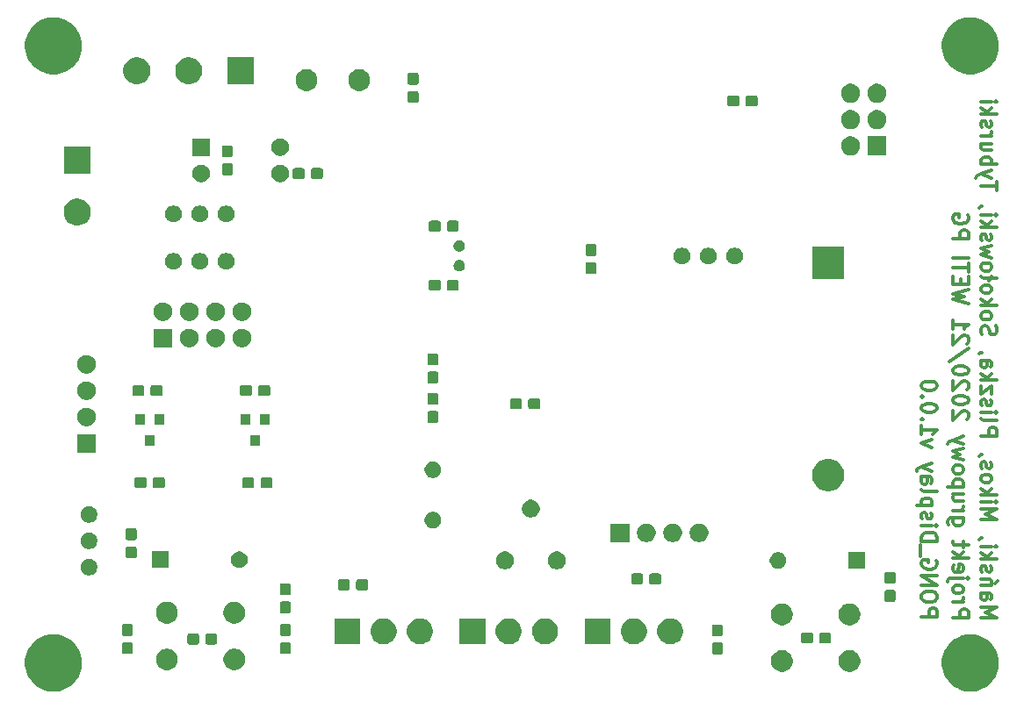
<source format=gbr>
G04 #@! TF.GenerationSoftware,KiCad,Pcbnew,(5.1.5)-3*
G04 #@! TF.CreationDate,2020-05-01T12:34:21+02:00*
G04 #@! TF.ProjectId,PONG_Display,504f4e47-5f44-4697-9370-6c61792e6b69,rev?*
G04 #@! TF.SameCoordinates,Original*
G04 #@! TF.FileFunction,Soldermask,Bot*
G04 #@! TF.FilePolarity,Negative*
%FSLAX46Y46*%
G04 Gerber Fmt 4.6, Leading zero omitted, Abs format (unit mm)*
G04 Created by KiCad (PCBNEW (5.1.5)-3) date 2020-05-01 12:34:21*
%MOMM*%
%LPD*%
G04 APERTURE LIST*
%ADD10C,0.300000*%
%ADD11C,0.100000*%
G04 APERTURE END LIST*
D10*
X99821428Y-70071428D02*
X101321428Y-70071428D01*
X101321428Y-69500000D01*
X101250000Y-69357142D01*
X101178571Y-69285714D01*
X101035714Y-69214285D01*
X100821428Y-69214285D01*
X100678571Y-69285714D01*
X100607142Y-69357142D01*
X100535714Y-69500000D01*
X100535714Y-70071428D01*
X101321428Y-68285714D02*
X101321428Y-68000000D01*
X101250000Y-67857142D01*
X101107142Y-67714285D01*
X100821428Y-67642857D01*
X100321428Y-67642857D01*
X100035714Y-67714285D01*
X99892857Y-67857142D01*
X99821428Y-68000000D01*
X99821428Y-68285714D01*
X99892857Y-68428571D01*
X100035714Y-68571428D01*
X100321428Y-68642857D01*
X100821428Y-68642857D01*
X101107142Y-68571428D01*
X101250000Y-68428571D01*
X101321428Y-68285714D01*
X99821428Y-67000000D02*
X101321428Y-67000000D01*
X99821428Y-66142857D01*
X101321428Y-66142857D01*
X101250000Y-64642857D02*
X101321428Y-64785714D01*
X101321428Y-65000000D01*
X101250000Y-65214285D01*
X101107142Y-65357142D01*
X100964285Y-65428571D01*
X100678571Y-65500000D01*
X100464285Y-65500000D01*
X100178571Y-65428571D01*
X100035714Y-65357142D01*
X99892857Y-65214285D01*
X99821428Y-65000000D01*
X99821428Y-64857142D01*
X99892857Y-64642857D01*
X99964285Y-64571428D01*
X100464285Y-64571428D01*
X100464285Y-64857142D01*
X99678571Y-64285714D02*
X99678571Y-63142857D01*
X99821428Y-62785714D02*
X101321428Y-62785714D01*
X101321428Y-62428571D01*
X101250000Y-62214285D01*
X101107142Y-62071428D01*
X100964285Y-62000000D01*
X100678571Y-61928571D01*
X100464285Y-61928571D01*
X100178571Y-62000000D01*
X100035714Y-62071428D01*
X99892857Y-62214285D01*
X99821428Y-62428571D01*
X99821428Y-62785714D01*
X99821428Y-61285714D02*
X100821428Y-61285714D01*
X101321428Y-61285714D02*
X101250000Y-61357142D01*
X101178571Y-61285714D01*
X101250000Y-61214285D01*
X101321428Y-61285714D01*
X101178571Y-61285714D01*
X99892857Y-60642857D02*
X99821428Y-60500000D01*
X99821428Y-60214285D01*
X99892857Y-60071428D01*
X100035714Y-60000000D01*
X100107142Y-60000000D01*
X100250000Y-60071428D01*
X100321428Y-60214285D01*
X100321428Y-60428571D01*
X100392857Y-60571428D01*
X100535714Y-60642857D01*
X100607142Y-60642857D01*
X100750000Y-60571428D01*
X100821428Y-60428571D01*
X100821428Y-60214285D01*
X100750000Y-60071428D01*
X100821428Y-59357142D02*
X99321428Y-59357142D01*
X100750000Y-59357142D02*
X100821428Y-59214285D01*
X100821428Y-58928571D01*
X100750000Y-58785714D01*
X100678571Y-58714285D01*
X100535714Y-58642857D01*
X100107142Y-58642857D01*
X99964285Y-58714285D01*
X99892857Y-58785714D01*
X99821428Y-58928571D01*
X99821428Y-59214285D01*
X99892857Y-59357142D01*
X99821428Y-57785714D02*
X99892857Y-57928571D01*
X100035714Y-58000000D01*
X101321428Y-58000000D01*
X99821428Y-56571428D02*
X100607142Y-56571428D01*
X100750000Y-56642857D01*
X100821428Y-56785714D01*
X100821428Y-57071428D01*
X100750000Y-57214285D01*
X99892857Y-56571428D02*
X99821428Y-56714285D01*
X99821428Y-57071428D01*
X99892857Y-57214285D01*
X100035714Y-57285714D01*
X100178571Y-57285714D01*
X100321428Y-57214285D01*
X100392857Y-57071428D01*
X100392857Y-56714285D01*
X100464285Y-56571428D01*
X100821428Y-56000000D02*
X99821428Y-55642857D01*
X100821428Y-55285714D02*
X99821428Y-55642857D01*
X99464285Y-55785714D01*
X99392857Y-55857142D01*
X99321428Y-56000000D01*
X100821428Y-53714285D02*
X99821428Y-53357142D01*
X100821428Y-53000000D01*
X99821428Y-51642857D02*
X99821428Y-52500000D01*
X99821428Y-52071428D02*
X101321428Y-52071428D01*
X101107142Y-52214285D01*
X100964285Y-52357142D01*
X100892857Y-52500000D01*
X99964285Y-51000000D02*
X99892857Y-50928571D01*
X99821428Y-51000000D01*
X99892857Y-51071428D01*
X99964285Y-51000000D01*
X99821428Y-51000000D01*
X101321428Y-50000000D02*
X101321428Y-49857142D01*
X101250000Y-49714285D01*
X101178571Y-49642857D01*
X101035714Y-49571428D01*
X100750000Y-49500000D01*
X100392857Y-49500000D01*
X100107142Y-49571428D01*
X99964285Y-49642857D01*
X99892857Y-49714285D01*
X99821428Y-49857142D01*
X99821428Y-50000000D01*
X99892857Y-50142857D01*
X99964285Y-50214285D01*
X100107142Y-50285714D01*
X100392857Y-50357142D01*
X100750000Y-50357142D01*
X101035714Y-50285714D01*
X101178571Y-50214285D01*
X101250000Y-50142857D01*
X101321428Y-50000000D01*
X99964285Y-48857142D02*
X99892857Y-48785714D01*
X99821428Y-48857142D01*
X99892857Y-48928571D01*
X99964285Y-48857142D01*
X99821428Y-48857142D01*
X101321428Y-47857142D02*
X101321428Y-47714285D01*
X101250000Y-47571428D01*
X101178571Y-47500000D01*
X101035714Y-47428571D01*
X100750000Y-47357142D01*
X100392857Y-47357142D01*
X100107142Y-47428571D01*
X99964285Y-47500000D01*
X99892857Y-47571428D01*
X99821428Y-47714285D01*
X99821428Y-47857142D01*
X99892857Y-48000000D01*
X99964285Y-48071428D01*
X100107142Y-48142857D01*
X100392857Y-48214285D01*
X100750000Y-48214285D01*
X101035714Y-48142857D01*
X101178571Y-48071428D01*
X101250000Y-48000000D01*
X101321428Y-47857142D01*
X102821428Y-70178571D02*
X104321428Y-70178571D01*
X104321428Y-69607142D01*
X104250000Y-69464285D01*
X104178571Y-69392857D01*
X104035714Y-69321428D01*
X103821428Y-69321428D01*
X103678571Y-69392857D01*
X103607142Y-69464285D01*
X103535714Y-69607142D01*
X103535714Y-70178571D01*
X102821428Y-68678571D02*
X103821428Y-68678571D01*
X103535714Y-68678571D02*
X103678571Y-68607142D01*
X103750000Y-68535714D01*
X103821428Y-68392857D01*
X103821428Y-68250000D01*
X102821428Y-67535714D02*
X102892857Y-67678571D01*
X102964285Y-67750000D01*
X103107142Y-67821428D01*
X103535714Y-67821428D01*
X103678571Y-67750000D01*
X103750000Y-67678571D01*
X103821428Y-67535714D01*
X103821428Y-67321428D01*
X103750000Y-67178571D01*
X103678571Y-67107142D01*
X103535714Y-67035714D01*
X103107142Y-67035714D01*
X102964285Y-67107142D01*
X102892857Y-67178571D01*
X102821428Y-67321428D01*
X102821428Y-67535714D01*
X103821428Y-66392857D02*
X102535714Y-66392857D01*
X102392857Y-66464285D01*
X102321428Y-66607142D01*
X102321428Y-66678571D01*
X104321428Y-66392857D02*
X104250000Y-66464285D01*
X104178571Y-66392857D01*
X104250000Y-66321428D01*
X104321428Y-66392857D01*
X104178571Y-66392857D01*
X102892857Y-65107142D02*
X102821428Y-65250000D01*
X102821428Y-65535714D01*
X102892857Y-65678571D01*
X103035714Y-65750000D01*
X103607142Y-65750000D01*
X103750000Y-65678571D01*
X103821428Y-65535714D01*
X103821428Y-65250000D01*
X103750000Y-65107142D01*
X103607142Y-65035714D01*
X103464285Y-65035714D01*
X103321428Y-65750000D01*
X102821428Y-64392857D02*
X104321428Y-64392857D01*
X103392857Y-64250000D02*
X102821428Y-63821428D01*
X103821428Y-63821428D02*
X103250000Y-64392857D01*
X103821428Y-63392857D02*
X103821428Y-62821428D01*
X104321428Y-63178571D02*
X103035714Y-63178571D01*
X102892857Y-63107142D01*
X102821428Y-62964285D01*
X102821428Y-62821428D01*
X103821428Y-60535714D02*
X102607142Y-60535714D01*
X102464285Y-60607142D01*
X102392857Y-60678571D01*
X102321428Y-60821428D01*
X102321428Y-61035714D01*
X102392857Y-61178571D01*
X102892857Y-60535714D02*
X102821428Y-60678571D01*
X102821428Y-60964285D01*
X102892857Y-61107142D01*
X102964285Y-61178571D01*
X103107142Y-61250000D01*
X103535714Y-61250000D01*
X103678571Y-61178571D01*
X103750000Y-61107142D01*
X103821428Y-60964285D01*
X103821428Y-60678571D01*
X103750000Y-60535714D01*
X102821428Y-59821428D02*
X103821428Y-59821428D01*
X103535714Y-59821428D02*
X103678571Y-59750000D01*
X103750000Y-59678571D01*
X103821428Y-59535714D01*
X103821428Y-59392857D01*
X103821428Y-58250000D02*
X102821428Y-58250000D01*
X103821428Y-58892857D02*
X103035714Y-58892857D01*
X102892857Y-58821428D01*
X102821428Y-58678571D01*
X102821428Y-58464285D01*
X102892857Y-58321428D01*
X102964285Y-58250000D01*
X103821428Y-57535714D02*
X102321428Y-57535714D01*
X103750000Y-57535714D02*
X103821428Y-57392857D01*
X103821428Y-57107142D01*
X103750000Y-56964285D01*
X103678571Y-56892857D01*
X103535714Y-56821428D01*
X103107142Y-56821428D01*
X102964285Y-56892857D01*
X102892857Y-56964285D01*
X102821428Y-57107142D01*
X102821428Y-57392857D01*
X102892857Y-57535714D01*
X102821428Y-55964285D02*
X102892857Y-56107142D01*
X102964285Y-56178571D01*
X103107142Y-56250000D01*
X103535714Y-56250000D01*
X103678571Y-56178571D01*
X103750000Y-56107142D01*
X103821428Y-55964285D01*
X103821428Y-55750000D01*
X103750000Y-55607142D01*
X103678571Y-55535714D01*
X103535714Y-55464285D01*
X103107142Y-55464285D01*
X102964285Y-55535714D01*
X102892857Y-55607142D01*
X102821428Y-55750000D01*
X102821428Y-55964285D01*
X103821428Y-54964285D02*
X102821428Y-54678571D01*
X103535714Y-54392857D01*
X102821428Y-54107142D01*
X103821428Y-53821428D01*
X103821428Y-53392857D02*
X102821428Y-53035714D01*
X103821428Y-52678571D02*
X102821428Y-53035714D01*
X102464285Y-53178571D01*
X102392857Y-53250000D01*
X102321428Y-53392857D01*
X104178571Y-51035714D02*
X104250000Y-50964285D01*
X104321428Y-50821428D01*
X104321428Y-50464285D01*
X104250000Y-50321428D01*
X104178571Y-50250000D01*
X104035714Y-50178571D01*
X103892857Y-50178571D01*
X103678571Y-50250000D01*
X102821428Y-51107142D01*
X102821428Y-50178571D01*
X104321428Y-49250000D02*
X104321428Y-49107142D01*
X104250000Y-48964285D01*
X104178571Y-48892857D01*
X104035714Y-48821428D01*
X103750000Y-48750000D01*
X103392857Y-48750000D01*
X103107142Y-48821428D01*
X102964285Y-48892857D01*
X102892857Y-48964285D01*
X102821428Y-49107142D01*
X102821428Y-49250000D01*
X102892857Y-49392857D01*
X102964285Y-49464285D01*
X103107142Y-49535714D01*
X103392857Y-49607142D01*
X103750000Y-49607142D01*
X104035714Y-49535714D01*
X104178571Y-49464285D01*
X104250000Y-49392857D01*
X104321428Y-49250000D01*
X104178571Y-48178571D02*
X104250000Y-48107142D01*
X104321428Y-47964285D01*
X104321428Y-47607142D01*
X104250000Y-47464285D01*
X104178571Y-47392857D01*
X104035714Y-47321428D01*
X103892857Y-47321428D01*
X103678571Y-47392857D01*
X102821428Y-48250000D01*
X102821428Y-47321428D01*
X104321428Y-46392857D02*
X104321428Y-46250000D01*
X104250000Y-46107142D01*
X104178571Y-46035714D01*
X104035714Y-45964285D01*
X103750000Y-45892857D01*
X103392857Y-45892857D01*
X103107142Y-45964285D01*
X102964285Y-46035714D01*
X102892857Y-46107142D01*
X102821428Y-46250000D01*
X102821428Y-46392857D01*
X102892857Y-46535714D01*
X102964285Y-46607142D01*
X103107142Y-46678571D01*
X103392857Y-46750000D01*
X103750000Y-46750000D01*
X104035714Y-46678571D01*
X104178571Y-46607142D01*
X104250000Y-46535714D01*
X104321428Y-46392857D01*
X104392857Y-44178571D02*
X102464285Y-45464285D01*
X104178571Y-43750000D02*
X104250000Y-43678571D01*
X104321428Y-43535714D01*
X104321428Y-43178571D01*
X104250000Y-43035714D01*
X104178571Y-42964285D01*
X104035714Y-42892857D01*
X103892857Y-42892857D01*
X103678571Y-42964285D01*
X102821428Y-43821428D01*
X102821428Y-42892857D01*
X102821428Y-41464285D02*
X102821428Y-42321428D01*
X102821428Y-41892857D02*
X104321428Y-41892857D01*
X104107142Y-42035714D01*
X103964285Y-42178571D01*
X103892857Y-42321428D01*
X104321428Y-39821428D02*
X102821428Y-39464285D01*
X103892857Y-39178571D01*
X102821428Y-38892857D01*
X104321428Y-38535714D01*
X103607142Y-37964285D02*
X103607142Y-37464285D01*
X102821428Y-37250000D02*
X102821428Y-37964285D01*
X104321428Y-37964285D01*
X104321428Y-37250000D01*
X104321428Y-36821428D02*
X104321428Y-35964285D01*
X102821428Y-36392857D02*
X104321428Y-36392857D01*
X102821428Y-35464285D02*
X104321428Y-35464285D01*
X102821428Y-33607142D02*
X104321428Y-33607142D01*
X104321428Y-33035714D01*
X104250000Y-32892857D01*
X104178571Y-32821428D01*
X104035714Y-32750000D01*
X103821428Y-32750000D01*
X103678571Y-32821428D01*
X103607142Y-32892857D01*
X103535714Y-33035714D01*
X103535714Y-33607142D01*
X104250000Y-31321428D02*
X104321428Y-31464285D01*
X104321428Y-31678571D01*
X104250000Y-31892857D01*
X104107142Y-32035714D01*
X103964285Y-32107142D01*
X103678571Y-32178571D01*
X103464285Y-32178571D01*
X103178571Y-32107142D01*
X103035714Y-32035714D01*
X102892857Y-31892857D01*
X102821428Y-31678571D01*
X102821428Y-31535714D01*
X102892857Y-31321428D01*
X102964285Y-31250000D01*
X103464285Y-31250000D01*
X103464285Y-31535714D01*
X105571428Y-70142857D02*
X107071428Y-70142857D01*
X106000000Y-69642857D01*
X107071428Y-69142857D01*
X105571428Y-69142857D01*
X105571428Y-67785714D02*
X106357142Y-67785714D01*
X106500000Y-67857142D01*
X106571428Y-68000000D01*
X106571428Y-68285714D01*
X106500000Y-68428571D01*
X105642857Y-67785714D02*
X105571428Y-67928571D01*
X105571428Y-68285714D01*
X105642857Y-68428571D01*
X105785714Y-68500000D01*
X105928571Y-68500000D01*
X106071428Y-68428571D01*
X106142857Y-68285714D01*
X106142857Y-67928571D01*
X106214285Y-67785714D01*
X106571428Y-67071428D02*
X105571428Y-67071428D01*
X106428571Y-67071428D02*
X106500000Y-67000000D01*
X106571428Y-66857142D01*
X106571428Y-66642857D01*
X106500000Y-66500000D01*
X106357142Y-66428571D01*
X105571428Y-66428571D01*
X107142857Y-66642857D02*
X106928571Y-66857142D01*
X105642857Y-65785714D02*
X105571428Y-65642857D01*
X105571428Y-65357142D01*
X105642857Y-65214285D01*
X105785714Y-65142857D01*
X105857142Y-65142857D01*
X106000000Y-65214285D01*
X106071428Y-65357142D01*
X106071428Y-65571428D01*
X106142857Y-65714285D01*
X106285714Y-65785714D01*
X106357142Y-65785714D01*
X106500000Y-65714285D01*
X106571428Y-65571428D01*
X106571428Y-65357142D01*
X106500000Y-65214285D01*
X105571428Y-64500000D02*
X107071428Y-64500000D01*
X106142857Y-64357142D02*
X105571428Y-63928571D01*
X106571428Y-63928571D02*
X106000000Y-64500000D01*
X105571428Y-63285714D02*
X106571428Y-63285714D01*
X107071428Y-63285714D02*
X107000000Y-63357142D01*
X106928571Y-63285714D01*
X107000000Y-63214285D01*
X107071428Y-63285714D01*
X106928571Y-63285714D01*
X105642857Y-62500000D02*
X105571428Y-62500000D01*
X105428571Y-62571428D01*
X105357142Y-62642857D01*
X105571428Y-60714285D02*
X107071428Y-60714285D01*
X106000000Y-60214285D01*
X107071428Y-59714285D01*
X105571428Y-59714285D01*
X105571428Y-59000000D02*
X106571428Y-59000000D01*
X107071428Y-59000000D02*
X107000000Y-59071428D01*
X106928571Y-59000000D01*
X107000000Y-58928571D01*
X107071428Y-59000000D01*
X106928571Y-59000000D01*
X105571428Y-58285714D02*
X107071428Y-58285714D01*
X106142857Y-58142857D02*
X105571428Y-57714285D01*
X106571428Y-57714285D02*
X106000000Y-58285714D01*
X105571428Y-56857142D02*
X105642857Y-57000000D01*
X105714285Y-57071428D01*
X105857142Y-57142857D01*
X106285714Y-57142857D01*
X106428571Y-57071428D01*
X106500000Y-57000000D01*
X106571428Y-56857142D01*
X106571428Y-56642857D01*
X106500000Y-56500000D01*
X106428571Y-56428571D01*
X106285714Y-56357142D01*
X105857142Y-56357142D01*
X105714285Y-56428571D01*
X105642857Y-56500000D01*
X105571428Y-56642857D01*
X105571428Y-56857142D01*
X105642857Y-55785714D02*
X105571428Y-55642857D01*
X105571428Y-55357142D01*
X105642857Y-55214285D01*
X105785714Y-55142857D01*
X105857142Y-55142857D01*
X106000000Y-55214285D01*
X106071428Y-55357142D01*
X106071428Y-55571428D01*
X106142857Y-55714285D01*
X106285714Y-55785714D01*
X106357142Y-55785714D01*
X106500000Y-55714285D01*
X106571428Y-55571428D01*
X106571428Y-55357142D01*
X106500000Y-55214285D01*
X105642857Y-54428571D02*
X105571428Y-54428571D01*
X105428571Y-54499999D01*
X105357142Y-54571428D01*
X105571428Y-52642857D02*
X107071428Y-52642857D01*
X107071428Y-52071428D01*
X107000000Y-51928571D01*
X106928571Y-51857142D01*
X106785714Y-51785714D01*
X106571428Y-51785714D01*
X106428571Y-51857142D01*
X106357142Y-51928571D01*
X106285714Y-52071428D01*
X106285714Y-52642857D01*
X105571428Y-50928571D02*
X105642857Y-51071428D01*
X105785714Y-51142857D01*
X107071428Y-51142857D01*
X105571428Y-50357142D02*
X106571428Y-50357142D01*
X107071428Y-50357142D02*
X107000000Y-50428571D01*
X106928571Y-50357142D01*
X107000000Y-50285714D01*
X107071428Y-50357142D01*
X106928571Y-50357142D01*
X105642857Y-49714285D02*
X105571428Y-49571428D01*
X105571428Y-49285714D01*
X105642857Y-49142857D01*
X105785714Y-49071428D01*
X105857142Y-49071428D01*
X106000000Y-49142857D01*
X106071428Y-49285714D01*
X106071428Y-49499999D01*
X106142857Y-49642857D01*
X106285714Y-49714285D01*
X106357142Y-49714285D01*
X106500000Y-49642857D01*
X106571428Y-49499999D01*
X106571428Y-49285714D01*
X106500000Y-49142857D01*
X106571428Y-48571428D02*
X106571428Y-47785714D01*
X105571428Y-48571428D01*
X105571428Y-47785714D01*
X105571428Y-47214285D02*
X107071428Y-47214285D01*
X106142857Y-47071428D02*
X105571428Y-46642857D01*
X106571428Y-46642857D02*
X106000000Y-47214285D01*
X105571428Y-45357142D02*
X106357142Y-45357142D01*
X106500000Y-45428571D01*
X106571428Y-45571428D01*
X106571428Y-45857142D01*
X106500000Y-45999999D01*
X105642857Y-45357142D02*
X105571428Y-45499999D01*
X105571428Y-45857142D01*
X105642857Y-45999999D01*
X105785714Y-46071428D01*
X105928571Y-46071428D01*
X106071428Y-45999999D01*
X106142857Y-45857142D01*
X106142857Y-45499999D01*
X106214285Y-45357142D01*
X105642857Y-44571428D02*
X105571428Y-44571428D01*
X105428571Y-44642857D01*
X105357142Y-44714285D01*
X105642857Y-42857142D02*
X105571428Y-42642857D01*
X105571428Y-42285714D01*
X105642857Y-42142857D01*
X105714285Y-42071428D01*
X105857142Y-42000000D01*
X106000000Y-42000000D01*
X106142857Y-42071428D01*
X106214285Y-42142857D01*
X106285714Y-42285714D01*
X106357142Y-42571428D01*
X106428571Y-42714285D01*
X106500000Y-42785714D01*
X106642857Y-42857142D01*
X106785714Y-42857142D01*
X106928571Y-42785714D01*
X107000000Y-42714285D01*
X107071428Y-42571428D01*
X107071428Y-42214285D01*
X107000000Y-42000000D01*
X105571428Y-41142857D02*
X105642857Y-41285714D01*
X105714285Y-41357142D01*
X105857142Y-41428571D01*
X106285714Y-41428571D01*
X106428571Y-41357142D01*
X106500000Y-41285714D01*
X106571428Y-41142857D01*
X106571428Y-40928571D01*
X106500000Y-40785714D01*
X106428571Y-40714285D01*
X106285714Y-40642857D01*
X105857142Y-40642857D01*
X105714285Y-40714285D01*
X105642857Y-40785714D01*
X105571428Y-40928571D01*
X105571428Y-41142857D01*
X105571428Y-39999999D02*
X107071428Y-39999999D01*
X106142857Y-39857142D02*
X105571428Y-39428571D01*
X106571428Y-39428571D02*
X106000000Y-39999999D01*
X105571428Y-38571428D02*
X105642857Y-38714285D01*
X105714285Y-38785714D01*
X105857142Y-38857142D01*
X106285714Y-38857142D01*
X106428571Y-38785714D01*
X106500000Y-38714285D01*
X106571428Y-38571428D01*
X106571428Y-38357142D01*
X106500000Y-38214285D01*
X106428571Y-38142857D01*
X106285714Y-38071428D01*
X105857142Y-38071428D01*
X105714285Y-38142857D01*
X105642857Y-38214285D01*
X105571428Y-38357142D01*
X105571428Y-38571428D01*
X105571428Y-37214285D02*
X105642857Y-37357142D01*
X105785714Y-37428571D01*
X107071428Y-37428571D01*
X106285714Y-37642857D02*
X106571428Y-37214285D01*
X105571428Y-36428571D02*
X105642857Y-36571428D01*
X105714285Y-36642857D01*
X105857142Y-36714285D01*
X106285714Y-36714285D01*
X106428571Y-36642857D01*
X106500000Y-36571428D01*
X106571428Y-36428571D01*
X106571428Y-36214285D01*
X106500000Y-36071428D01*
X106428571Y-35999999D01*
X106285714Y-35928571D01*
X105857142Y-35928571D01*
X105714285Y-35999999D01*
X105642857Y-36071428D01*
X105571428Y-36214285D01*
X105571428Y-36428571D01*
X106571428Y-35428571D02*
X105571428Y-35142857D01*
X106285714Y-34857142D01*
X105571428Y-34571428D01*
X106571428Y-34285714D01*
X105642857Y-33785714D02*
X105571428Y-33642857D01*
X105571428Y-33357142D01*
X105642857Y-33214285D01*
X105785714Y-33142857D01*
X105857142Y-33142857D01*
X106000000Y-33214285D01*
X106071428Y-33357142D01*
X106071428Y-33571428D01*
X106142857Y-33714285D01*
X106285714Y-33785714D01*
X106357142Y-33785714D01*
X106500000Y-33714285D01*
X106571428Y-33571428D01*
X106571428Y-33357142D01*
X106500000Y-33214285D01*
X105571428Y-32499999D02*
X107071428Y-32499999D01*
X106142857Y-32357142D02*
X105571428Y-31928571D01*
X106571428Y-31928571D02*
X106000000Y-32499999D01*
X105571428Y-31285714D02*
X106571428Y-31285714D01*
X107071428Y-31285714D02*
X107000000Y-31357142D01*
X106928571Y-31285714D01*
X107000000Y-31214285D01*
X107071428Y-31285714D01*
X106928571Y-31285714D01*
X105642857Y-30499999D02*
X105571428Y-30499999D01*
X105428571Y-30571428D01*
X105357142Y-30642857D01*
X107071428Y-28928571D02*
X107071428Y-28071428D01*
X105571428Y-28499999D02*
X107071428Y-28499999D01*
X106571428Y-27714285D02*
X105571428Y-27357142D01*
X106571428Y-26999999D02*
X105571428Y-27357142D01*
X105214285Y-27499999D01*
X105142857Y-27571428D01*
X105071428Y-27714285D01*
X105571428Y-26428571D02*
X107071428Y-26428571D01*
X106500000Y-26428571D02*
X106571428Y-26285714D01*
X106571428Y-25999999D01*
X106500000Y-25857142D01*
X106428571Y-25785714D01*
X106285714Y-25714285D01*
X105857142Y-25714285D01*
X105714285Y-25785714D01*
X105642857Y-25857142D01*
X105571428Y-25999999D01*
X105571428Y-26285714D01*
X105642857Y-26428571D01*
X106571428Y-24428571D02*
X105571428Y-24428571D01*
X106571428Y-25071428D02*
X105785714Y-25071428D01*
X105642857Y-24999999D01*
X105571428Y-24857142D01*
X105571428Y-24642857D01*
X105642857Y-24499999D01*
X105714285Y-24428571D01*
X105571428Y-23714285D02*
X106571428Y-23714285D01*
X106285714Y-23714285D02*
X106428571Y-23642857D01*
X106500000Y-23571428D01*
X106571428Y-23428571D01*
X106571428Y-23285714D01*
X105642857Y-22857142D02*
X105571428Y-22714285D01*
X105571428Y-22428571D01*
X105642857Y-22285714D01*
X105785714Y-22214285D01*
X105857142Y-22214285D01*
X106000000Y-22285714D01*
X106071428Y-22428571D01*
X106071428Y-22642857D01*
X106142857Y-22785714D01*
X106285714Y-22857142D01*
X106357142Y-22857142D01*
X106500000Y-22785714D01*
X106571428Y-22642857D01*
X106571428Y-22428571D01*
X106500000Y-22285714D01*
X105571428Y-21571428D02*
X107071428Y-21571428D01*
X106142857Y-21428571D02*
X105571428Y-20999999D01*
X106571428Y-20999999D02*
X106000000Y-21571428D01*
X105571428Y-20357142D02*
X106571428Y-20357142D01*
X107071428Y-20357142D02*
X107000000Y-20428571D01*
X106928571Y-20357142D01*
X107000000Y-20285714D01*
X107071428Y-20357142D01*
X106928571Y-20357142D01*
D11*
G36*
X104917056Y-71822885D02*
G01*
X105323437Y-71903719D01*
X105824087Y-72111095D01*
X106004561Y-72231684D01*
X106274660Y-72412158D01*
X106657842Y-72795340D01*
X106838316Y-73065439D01*
X106958905Y-73245913D01*
X107152793Y-73714000D01*
X107166281Y-73746564D01*
X107272000Y-74278049D01*
X107272000Y-74819951D01*
X107236186Y-75000000D01*
X107166281Y-75351437D01*
X106958905Y-75852087D01*
X106902521Y-75936471D01*
X106657842Y-76302660D01*
X106274660Y-76685842D01*
X106011774Y-76861496D01*
X105824087Y-76986905D01*
X105323437Y-77194281D01*
X105057693Y-77247141D01*
X104791951Y-77300000D01*
X104250049Y-77300000D01*
X103984307Y-77247141D01*
X103718563Y-77194281D01*
X103217913Y-76986905D01*
X103030226Y-76861496D01*
X102767340Y-76685842D01*
X102384158Y-76302660D01*
X102139479Y-75936471D01*
X102083095Y-75852087D01*
X101875719Y-75351437D01*
X101805814Y-75000000D01*
X101770000Y-74819951D01*
X101770000Y-74278049D01*
X101875719Y-73746564D01*
X101889207Y-73714000D01*
X102083095Y-73245913D01*
X102203684Y-73065439D01*
X102384158Y-72795340D01*
X102767340Y-72412158D01*
X103037439Y-72231684D01*
X103217913Y-72111095D01*
X103718563Y-71903719D01*
X104124944Y-71822885D01*
X104250049Y-71798000D01*
X104791951Y-71798000D01*
X104917056Y-71822885D01*
G37*
G36*
X16518056Y-71822885D02*
G01*
X16924437Y-71903719D01*
X17425087Y-72111095D01*
X17605561Y-72231684D01*
X17875660Y-72412158D01*
X18258842Y-72795340D01*
X18439316Y-73065439D01*
X18559905Y-73245913D01*
X18753793Y-73714000D01*
X18767281Y-73746564D01*
X18873000Y-74278049D01*
X18873000Y-74819951D01*
X18837186Y-75000000D01*
X18767281Y-75351437D01*
X18559905Y-75852087D01*
X18503521Y-75936471D01*
X18258842Y-76302660D01*
X17875660Y-76685842D01*
X17612774Y-76861496D01*
X17425087Y-76986905D01*
X16924437Y-77194281D01*
X16658693Y-77247141D01*
X16392951Y-77300000D01*
X15851049Y-77300000D01*
X15585307Y-77247141D01*
X15319563Y-77194281D01*
X14818913Y-76986905D01*
X14631226Y-76861496D01*
X14368340Y-76685842D01*
X13985158Y-76302660D01*
X13740479Y-75936471D01*
X13684095Y-75852087D01*
X13476719Y-75351437D01*
X13406814Y-75000000D01*
X13371000Y-74819951D01*
X13371000Y-74278049D01*
X13476719Y-73746564D01*
X13490207Y-73714000D01*
X13684095Y-73245913D01*
X13804684Y-73065439D01*
X13985158Y-72795340D01*
X14368340Y-72412158D01*
X14638439Y-72231684D01*
X14818913Y-72111095D01*
X15319563Y-71903719D01*
X15725944Y-71822885D01*
X15851049Y-71798000D01*
X16392951Y-71798000D01*
X16518056Y-71822885D01*
G37*
G36*
X93166564Y-73339389D02*
G01*
X93357833Y-73418615D01*
X93357835Y-73418616D01*
X93529973Y-73533635D01*
X93676365Y-73680027D01*
X93720824Y-73746564D01*
X93791385Y-73852167D01*
X93870611Y-74043436D01*
X93911000Y-74246484D01*
X93911000Y-74453516D01*
X93870611Y-74656564D01*
X93802934Y-74819950D01*
X93791384Y-74847835D01*
X93676365Y-75019973D01*
X93529973Y-75166365D01*
X93357835Y-75281384D01*
X93357834Y-75281385D01*
X93357833Y-75281385D01*
X93166564Y-75360611D01*
X92963516Y-75401000D01*
X92756484Y-75401000D01*
X92553436Y-75360611D01*
X92362167Y-75281385D01*
X92362166Y-75281385D01*
X92362165Y-75281384D01*
X92190027Y-75166365D01*
X92043635Y-75019973D01*
X91928616Y-74847835D01*
X91917066Y-74819950D01*
X91849389Y-74656564D01*
X91809000Y-74453516D01*
X91809000Y-74246484D01*
X91849389Y-74043436D01*
X91928615Y-73852167D01*
X91999177Y-73746564D01*
X92043635Y-73680027D01*
X92190027Y-73533635D01*
X92362165Y-73418616D01*
X92362167Y-73418615D01*
X92553436Y-73339389D01*
X92756484Y-73299000D01*
X92963516Y-73299000D01*
X93166564Y-73339389D01*
G37*
G36*
X86666564Y-73339389D02*
G01*
X86857833Y-73418615D01*
X86857835Y-73418616D01*
X87029973Y-73533635D01*
X87176365Y-73680027D01*
X87220824Y-73746564D01*
X87291385Y-73852167D01*
X87370611Y-74043436D01*
X87411000Y-74246484D01*
X87411000Y-74453516D01*
X87370611Y-74656564D01*
X87302934Y-74819950D01*
X87291384Y-74847835D01*
X87176365Y-75019973D01*
X87029973Y-75166365D01*
X86857835Y-75281384D01*
X86857834Y-75281385D01*
X86857833Y-75281385D01*
X86666564Y-75360611D01*
X86463516Y-75401000D01*
X86256484Y-75401000D01*
X86053436Y-75360611D01*
X85862167Y-75281385D01*
X85862166Y-75281385D01*
X85862165Y-75281384D01*
X85690027Y-75166365D01*
X85543635Y-75019973D01*
X85428616Y-74847835D01*
X85417066Y-74819950D01*
X85349389Y-74656564D01*
X85309000Y-74453516D01*
X85309000Y-74246484D01*
X85349389Y-74043436D01*
X85428615Y-73852167D01*
X85499177Y-73746564D01*
X85543635Y-73680027D01*
X85690027Y-73533635D01*
X85862165Y-73418616D01*
X85862167Y-73418615D01*
X86053436Y-73339389D01*
X86256484Y-73299000D01*
X86463516Y-73299000D01*
X86666564Y-73339389D01*
G37*
G36*
X27357564Y-73181389D02*
G01*
X27519973Y-73248661D01*
X27548835Y-73260616D01*
X27720973Y-73375635D01*
X27867365Y-73522027D01*
X27974924Y-73683000D01*
X27982385Y-73694167D01*
X28061611Y-73885436D01*
X28102000Y-74088484D01*
X28102000Y-74295516D01*
X28061611Y-74498564D01*
X28059119Y-74504580D01*
X27982384Y-74689835D01*
X27867365Y-74861973D01*
X27720973Y-75008365D01*
X27548835Y-75123384D01*
X27548834Y-75123385D01*
X27548833Y-75123385D01*
X27357564Y-75202611D01*
X27154516Y-75243000D01*
X26947484Y-75243000D01*
X26744436Y-75202611D01*
X26553167Y-75123385D01*
X26553166Y-75123385D01*
X26553165Y-75123384D01*
X26381027Y-75008365D01*
X26234635Y-74861973D01*
X26119616Y-74689835D01*
X26042881Y-74504580D01*
X26040389Y-74498564D01*
X26000000Y-74295516D01*
X26000000Y-74088484D01*
X26040389Y-73885436D01*
X26119615Y-73694167D01*
X26127077Y-73683000D01*
X26234635Y-73522027D01*
X26381027Y-73375635D01*
X26553165Y-73260616D01*
X26582027Y-73248661D01*
X26744436Y-73181389D01*
X26947484Y-73141000D01*
X27154516Y-73141000D01*
X27357564Y-73181389D01*
G37*
G36*
X33857564Y-73181389D02*
G01*
X34019973Y-73248661D01*
X34048835Y-73260616D01*
X34220973Y-73375635D01*
X34367365Y-73522027D01*
X34474924Y-73683000D01*
X34482385Y-73694167D01*
X34561611Y-73885436D01*
X34602000Y-74088484D01*
X34602000Y-74295516D01*
X34561611Y-74498564D01*
X34559119Y-74504580D01*
X34482384Y-74689835D01*
X34367365Y-74861973D01*
X34220973Y-75008365D01*
X34048835Y-75123384D01*
X34048834Y-75123385D01*
X34048833Y-75123385D01*
X33857564Y-75202611D01*
X33654516Y-75243000D01*
X33447484Y-75243000D01*
X33244436Y-75202611D01*
X33053167Y-75123385D01*
X33053166Y-75123385D01*
X33053165Y-75123384D01*
X32881027Y-75008365D01*
X32734635Y-74861973D01*
X32619616Y-74689835D01*
X32542881Y-74504580D01*
X32540389Y-74498564D01*
X32500000Y-74295516D01*
X32500000Y-74088484D01*
X32540389Y-73885436D01*
X32619615Y-73694167D01*
X32627077Y-73683000D01*
X32734635Y-73522027D01*
X32881027Y-73375635D01*
X33053165Y-73260616D01*
X33082027Y-73248661D01*
X33244436Y-73181389D01*
X33447484Y-73141000D01*
X33654516Y-73141000D01*
X33857564Y-73181389D01*
G37*
G36*
X80501499Y-72566445D02*
G01*
X80538995Y-72577820D01*
X80573554Y-72596292D01*
X80603847Y-72621153D01*
X80628708Y-72651446D01*
X80647180Y-72686005D01*
X80658555Y-72723501D01*
X80663000Y-72768638D01*
X80663000Y-73507362D01*
X80658555Y-73552499D01*
X80647180Y-73589995D01*
X80628708Y-73624554D01*
X80603847Y-73654847D01*
X80573554Y-73679708D01*
X80538995Y-73698180D01*
X80501499Y-73709555D01*
X80456362Y-73714000D01*
X79817638Y-73714000D01*
X79772501Y-73709555D01*
X79735005Y-73698180D01*
X79700446Y-73679708D01*
X79670153Y-73654847D01*
X79645292Y-73624554D01*
X79626820Y-73589995D01*
X79615445Y-73552499D01*
X79611000Y-73507362D01*
X79611000Y-72768638D01*
X79615445Y-72723501D01*
X79626820Y-72686005D01*
X79645292Y-72651446D01*
X79670153Y-72621153D01*
X79700446Y-72596292D01*
X79735005Y-72577820D01*
X79772501Y-72566445D01*
X79817638Y-72562000D01*
X80456362Y-72562000D01*
X80501499Y-72566445D01*
G37*
G36*
X38845499Y-72535445D02*
G01*
X38882995Y-72546820D01*
X38917554Y-72565292D01*
X38947847Y-72590153D01*
X38972708Y-72620446D01*
X38991180Y-72655005D01*
X39002555Y-72692501D01*
X39007000Y-72737638D01*
X39007000Y-73476362D01*
X39002555Y-73521499D01*
X38991180Y-73558995D01*
X38972708Y-73593554D01*
X38947847Y-73623847D01*
X38917554Y-73648708D01*
X38882995Y-73667180D01*
X38845499Y-73678555D01*
X38800362Y-73683000D01*
X38161638Y-73683000D01*
X38116501Y-73678555D01*
X38079005Y-73667180D01*
X38044446Y-73648708D01*
X38014153Y-73623847D01*
X37989292Y-73593554D01*
X37970820Y-73558995D01*
X37959445Y-73521499D01*
X37955000Y-73476362D01*
X37955000Y-72737638D01*
X37959445Y-72692501D01*
X37970820Y-72655005D01*
X37989292Y-72620446D01*
X38014153Y-72590153D01*
X38044446Y-72565292D01*
X38079005Y-72546820D01*
X38116501Y-72535445D01*
X38161638Y-72531000D01*
X38800362Y-72531000D01*
X38845499Y-72535445D01*
G37*
G36*
X23605499Y-72535445D02*
G01*
X23642995Y-72546820D01*
X23677554Y-72565292D01*
X23707847Y-72590153D01*
X23732708Y-72620446D01*
X23751180Y-72655005D01*
X23762555Y-72692501D01*
X23767000Y-72737638D01*
X23767000Y-73476362D01*
X23762555Y-73521499D01*
X23751180Y-73558995D01*
X23732708Y-73593554D01*
X23707847Y-73623847D01*
X23677554Y-73648708D01*
X23642995Y-73667180D01*
X23605499Y-73678555D01*
X23560362Y-73683000D01*
X22921638Y-73683000D01*
X22876501Y-73678555D01*
X22839005Y-73667180D01*
X22804446Y-73648708D01*
X22774153Y-73623847D01*
X22749292Y-73593554D01*
X22730820Y-73558995D01*
X22719445Y-73521499D01*
X22715000Y-73476362D01*
X22715000Y-72737638D01*
X22719445Y-72692501D01*
X22730820Y-72655005D01*
X22749292Y-72620446D01*
X22774153Y-72590153D01*
X22804446Y-72565292D01*
X22839005Y-72546820D01*
X22876501Y-72535445D01*
X22921638Y-72531000D01*
X23560362Y-72531000D01*
X23605499Y-72535445D01*
G37*
G36*
X31755499Y-71710445D02*
G01*
X31792995Y-71721820D01*
X31827554Y-71740292D01*
X31857847Y-71765153D01*
X31882708Y-71795446D01*
X31901180Y-71830005D01*
X31912555Y-71867501D01*
X31917000Y-71912638D01*
X31917000Y-72551362D01*
X31912555Y-72596499D01*
X31901180Y-72633995D01*
X31882708Y-72668554D01*
X31857847Y-72698847D01*
X31827554Y-72723708D01*
X31792995Y-72742180D01*
X31755499Y-72753555D01*
X31710362Y-72758000D01*
X30971638Y-72758000D01*
X30926501Y-72753555D01*
X30889005Y-72742180D01*
X30854446Y-72723708D01*
X30824153Y-72698847D01*
X30799292Y-72668554D01*
X30780820Y-72633995D01*
X30769445Y-72596499D01*
X30765000Y-72551362D01*
X30765000Y-71912638D01*
X30769445Y-71867501D01*
X30780820Y-71830005D01*
X30799292Y-71795446D01*
X30824153Y-71765153D01*
X30854446Y-71740292D01*
X30889005Y-71721820D01*
X30926501Y-71710445D01*
X30971638Y-71706000D01*
X31710362Y-71706000D01*
X31755499Y-71710445D01*
G37*
G36*
X30005499Y-71710445D02*
G01*
X30042995Y-71721820D01*
X30077554Y-71740292D01*
X30107847Y-71765153D01*
X30132708Y-71795446D01*
X30151180Y-71830005D01*
X30162555Y-71867501D01*
X30167000Y-71912638D01*
X30167000Y-72551362D01*
X30162555Y-72596499D01*
X30151180Y-72633995D01*
X30132708Y-72668554D01*
X30107847Y-72698847D01*
X30077554Y-72723708D01*
X30042995Y-72742180D01*
X30005499Y-72753555D01*
X29960362Y-72758000D01*
X29221638Y-72758000D01*
X29176501Y-72753555D01*
X29139005Y-72742180D01*
X29104446Y-72723708D01*
X29074153Y-72698847D01*
X29049292Y-72668554D01*
X29030820Y-72633995D01*
X29019445Y-72596499D01*
X29015000Y-72551362D01*
X29015000Y-71912638D01*
X29019445Y-71867501D01*
X29030820Y-71830005D01*
X29049292Y-71795446D01*
X29074153Y-71765153D01*
X29104446Y-71740292D01*
X29139005Y-71721820D01*
X29176501Y-71710445D01*
X29221638Y-71706000D01*
X29960362Y-71706000D01*
X30005499Y-71710445D01*
G37*
G36*
X51814903Y-70267075D02*
G01*
X52009876Y-70347835D01*
X52042571Y-70361378D01*
X52247466Y-70498285D01*
X52421715Y-70672534D01*
X52553956Y-70870446D01*
X52558623Y-70877431D01*
X52652925Y-71105097D01*
X52701000Y-71346786D01*
X52701000Y-71593214D01*
X52652925Y-71834903D01*
X52639423Y-71867501D01*
X52558622Y-72062571D01*
X52421715Y-72267466D01*
X52247466Y-72441715D01*
X52042571Y-72578622D01*
X52042570Y-72578623D01*
X52042569Y-72578623D01*
X51814903Y-72672925D01*
X51573214Y-72721000D01*
X51326786Y-72721000D01*
X51085097Y-72672925D01*
X50857431Y-72578623D01*
X50857430Y-72578623D01*
X50857429Y-72578622D01*
X50652534Y-72441715D01*
X50478285Y-72267466D01*
X50341378Y-72062571D01*
X50260578Y-71867501D01*
X50247075Y-71834903D01*
X50199000Y-71593214D01*
X50199000Y-71346786D01*
X50247075Y-71105097D01*
X50341377Y-70877431D01*
X50346044Y-70870446D01*
X50478285Y-70672534D01*
X50652534Y-70498285D01*
X50857429Y-70361378D01*
X50890125Y-70347835D01*
X51085097Y-70267075D01*
X51326786Y-70219000D01*
X51573214Y-70219000D01*
X51814903Y-70267075D01*
G37*
G36*
X48314903Y-70267075D02*
G01*
X48509876Y-70347835D01*
X48542571Y-70361378D01*
X48747466Y-70498285D01*
X48921715Y-70672534D01*
X49053956Y-70870446D01*
X49058623Y-70877431D01*
X49152925Y-71105097D01*
X49201000Y-71346786D01*
X49201000Y-71593214D01*
X49152925Y-71834903D01*
X49139423Y-71867501D01*
X49058622Y-72062571D01*
X48921715Y-72267466D01*
X48747466Y-72441715D01*
X48542571Y-72578622D01*
X48542570Y-72578623D01*
X48542569Y-72578623D01*
X48314903Y-72672925D01*
X48073214Y-72721000D01*
X47826786Y-72721000D01*
X47585097Y-72672925D01*
X47357431Y-72578623D01*
X47357430Y-72578623D01*
X47357429Y-72578622D01*
X47152534Y-72441715D01*
X46978285Y-72267466D01*
X46841378Y-72062571D01*
X46760578Y-71867501D01*
X46747075Y-71834903D01*
X46699000Y-71593214D01*
X46699000Y-71346786D01*
X46747075Y-71105097D01*
X46841377Y-70877431D01*
X46846044Y-70870446D01*
X46978285Y-70672534D01*
X47152534Y-70498285D01*
X47357429Y-70361378D01*
X47390125Y-70347835D01*
X47585097Y-70267075D01*
X47826786Y-70219000D01*
X48073214Y-70219000D01*
X48314903Y-70267075D01*
G37*
G36*
X45701000Y-72721000D02*
G01*
X43199000Y-72721000D01*
X43199000Y-70219000D01*
X45701000Y-70219000D01*
X45701000Y-72721000D01*
G37*
G36*
X69831000Y-72721000D02*
G01*
X67329000Y-72721000D01*
X67329000Y-70219000D01*
X69831000Y-70219000D01*
X69831000Y-72721000D01*
G37*
G36*
X63879903Y-70267075D02*
G01*
X64074876Y-70347835D01*
X64107571Y-70361378D01*
X64312466Y-70498285D01*
X64486715Y-70672534D01*
X64618956Y-70870446D01*
X64623623Y-70877431D01*
X64717925Y-71105097D01*
X64766000Y-71346786D01*
X64766000Y-71593214D01*
X64717925Y-71834903D01*
X64704423Y-71867501D01*
X64623622Y-72062571D01*
X64486715Y-72267466D01*
X64312466Y-72441715D01*
X64107571Y-72578622D01*
X64107570Y-72578623D01*
X64107569Y-72578623D01*
X63879903Y-72672925D01*
X63638214Y-72721000D01*
X63391786Y-72721000D01*
X63150097Y-72672925D01*
X62922431Y-72578623D01*
X62922430Y-72578623D01*
X62922429Y-72578622D01*
X62717534Y-72441715D01*
X62543285Y-72267466D01*
X62406378Y-72062571D01*
X62325578Y-71867501D01*
X62312075Y-71834903D01*
X62264000Y-71593214D01*
X62264000Y-71346786D01*
X62312075Y-71105097D01*
X62406377Y-70877431D01*
X62411044Y-70870446D01*
X62543285Y-70672534D01*
X62717534Y-70498285D01*
X62922429Y-70361378D01*
X62955125Y-70347835D01*
X63150097Y-70267075D01*
X63391786Y-70219000D01*
X63638214Y-70219000D01*
X63879903Y-70267075D01*
G37*
G36*
X60379903Y-70267075D02*
G01*
X60574876Y-70347835D01*
X60607571Y-70361378D01*
X60812466Y-70498285D01*
X60986715Y-70672534D01*
X61118956Y-70870446D01*
X61123623Y-70877431D01*
X61217925Y-71105097D01*
X61266000Y-71346786D01*
X61266000Y-71593214D01*
X61217925Y-71834903D01*
X61204423Y-71867501D01*
X61123622Y-72062571D01*
X60986715Y-72267466D01*
X60812466Y-72441715D01*
X60607571Y-72578622D01*
X60607570Y-72578623D01*
X60607569Y-72578623D01*
X60379903Y-72672925D01*
X60138214Y-72721000D01*
X59891786Y-72721000D01*
X59650097Y-72672925D01*
X59422431Y-72578623D01*
X59422430Y-72578623D01*
X59422429Y-72578622D01*
X59217534Y-72441715D01*
X59043285Y-72267466D01*
X58906378Y-72062571D01*
X58825578Y-71867501D01*
X58812075Y-71834903D01*
X58764000Y-71593214D01*
X58764000Y-71346786D01*
X58812075Y-71105097D01*
X58906377Y-70877431D01*
X58911044Y-70870446D01*
X59043285Y-70672534D01*
X59217534Y-70498285D01*
X59422429Y-70361378D01*
X59455125Y-70347835D01*
X59650097Y-70267075D01*
X59891786Y-70219000D01*
X60138214Y-70219000D01*
X60379903Y-70267075D01*
G37*
G36*
X75944903Y-70267075D02*
G01*
X76139876Y-70347835D01*
X76172571Y-70361378D01*
X76377466Y-70498285D01*
X76551715Y-70672534D01*
X76683956Y-70870446D01*
X76688623Y-70877431D01*
X76782925Y-71105097D01*
X76831000Y-71346786D01*
X76831000Y-71593214D01*
X76782925Y-71834903D01*
X76769423Y-71867501D01*
X76688622Y-72062571D01*
X76551715Y-72267466D01*
X76377466Y-72441715D01*
X76172571Y-72578622D01*
X76172570Y-72578623D01*
X76172569Y-72578623D01*
X75944903Y-72672925D01*
X75703214Y-72721000D01*
X75456786Y-72721000D01*
X75215097Y-72672925D01*
X74987431Y-72578623D01*
X74987430Y-72578623D01*
X74987429Y-72578622D01*
X74782534Y-72441715D01*
X74608285Y-72267466D01*
X74471378Y-72062571D01*
X74390578Y-71867501D01*
X74377075Y-71834903D01*
X74329000Y-71593214D01*
X74329000Y-71346786D01*
X74377075Y-71105097D01*
X74471377Y-70877431D01*
X74476044Y-70870446D01*
X74608285Y-70672534D01*
X74782534Y-70498285D01*
X74987429Y-70361378D01*
X75020125Y-70347835D01*
X75215097Y-70267075D01*
X75456786Y-70219000D01*
X75703214Y-70219000D01*
X75944903Y-70267075D01*
G37*
G36*
X57766000Y-72721000D02*
G01*
X55264000Y-72721000D01*
X55264000Y-70219000D01*
X57766000Y-70219000D01*
X57766000Y-72721000D01*
G37*
G36*
X72444903Y-70267075D02*
G01*
X72639876Y-70347835D01*
X72672571Y-70361378D01*
X72877466Y-70498285D01*
X73051715Y-70672534D01*
X73183956Y-70870446D01*
X73188623Y-70877431D01*
X73282925Y-71105097D01*
X73331000Y-71346786D01*
X73331000Y-71593214D01*
X73282925Y-71834903D01*
X73269423Y-71867501D01*
X73188622Y-72062571D01*
X73051715Y-72267466D01*
X72877466Y-72441715D01*
X72672571Y-72578622D01*
X72672570Y-72578623D01*
X72672569Y-72578623D01*
X72444903Y-72672925D01*
X72203214Y-72721000D01*
X71956786Y-72721000D01*
X71715097Y-72672925D01*
X71487431Y-72578623D01*
X71487430Y-72578623D01*
X71487429Y-72578622D01*
X71282534Y-72441715D01*
X71108285Y-72267466D01*
X70971378Y-72062571D01*
X70890578Y-71867501D01*
X70877075Y-71834903D01*
X70829000Y-71593214D01*
X70829000Y-71346786D01*
X70877075Y-71105097D01*
X70971377Y-70877431D01*
X70976044Y-70870446D01*
X71108285Y-70672534D01*
X71282534Y-70498285D01*
X71487429Y-70361378D01*
X71520125Y-70347835D01*
X71715097Y-70267075D01*
X71956786Y-70219000D01*
X72203214Y-70219000D01*
X72444903Y-70267075D01*
G37*
G36*
X90937499Y-71614445D02*
G01*
X90974995Y-71625820D01*
X91009554Y-71644292D01*
X91039847Y-71669153D01*
X91064708Y-71699446D01*
X91083180Y-71734005D01*
X91094555Y-71771501D01*
X91099000Y-71816638D01*
X91099000Y-72455362D01*
X91094555Y-72500499D01*
X91083180Y-72537995D01*
X91064708Y-72572554D01*
X91039847Y-72602847D01*
X91009554Y-72627708D01*
X90974995Y-72646180D01*
X90937499Y-72657555D01*
X90892362Y-72662000D01*
X90153638Y-72662000D01*
X90108501Y-72657555D01*
X90071005Y-72646180D01*
X90036446Y-72627708D01*
X90006153Y-72602847D01*
X89981292Y-72572554D01*
X89962820Y-72537995D01*
X89951445Y-72500499D01*
X89947000Y-72455362D01*
X89947000Y-71816638D01*
X89951445Y-71771501D01*
X89962820Y-71734005D01*
X89981292Y-71699446D01*
X90006153Y-71669153D01*
X90036446Y-71644292D01*
X90071005Y-71625820D01*
X90108501Y-71614445D01*
X90153638Y-71610000D01*
X90892362Y-71610000D01*
X90937499Y-71614445D01*
G37*
G36*
X89187499Y-71614445D02*
G01*
X89224995Y-71625820D01*
X89259554Y-71644292D01*
X89289847Y-71669153D01*
X89314708Y-71699446D01*
X89333180Y-71734005D01*
X89344555Y-71771501D01*
X89349000Y-71816638D01*
X89349000Y-72455362D01*
X89344555Y-72500499D01*
X89333180Y-72537995D01*
X89314708Y-72572554D01*
X89289847Y-72602847D01*
X89259554Y-72627708D01*
X89224995Y-72646180D01*
X89187499Y-72657555D01*
X89142362Y-72662000D01*
X88403638Y-72662000D01*
X88358501Y-72657555D01*
X88321005Y-72646180D01*
X88286446Y-72627708D01*
X88256153Y-72602847D01*
X88231292Y-72572554D01*
X88212820Y-72537995D01*
X88201445Y-72500499D01*
X88197000Y-72455362D01*
X88197000Y-71816638D01*
X88201445Y-71771501D01*
X88212820Y-71734005D01*
X88231292Y-71699446D01*
X88256153Y-71669153D01*
X88286446Y-71644292D01*
X88321005Y-71625820D01*
X88358501Y-71614445D01*
X88403638Y-71610000D01*
X89142362Y-71610000D01*
X89187499Y-71614445D01*
G37*
G36*
X80501499Y-70816445D02*
G01*
X80538995Y-70827820D01*
X80573554Y-70846292D01*
X80603847Y-70871153D01*
X80628708Y-70901446D01*
X80647180Y-70936005D01*
X80658555Y-70973501D01*
X80663000Y-71018638D01*
X80663000Y-71757362D01*
X80658555Y-71802499D01*
X80647180Y-71839995D01*
X80628708Y-71874554D01*
X80603847Y-71904847D01*
X80573554Y-71929708D01*
X80538995Y-71948180D01*
X80501499Y-71959555D01*
X80456362Y-71964000D01*
X79817638Y-71964000D01*
X79772501Y-71959555D01*
X79735005Y-71948180D01*
X79700446Y-71929708D01*
X79670153Y-71904847D01*
X79645292Y-71874554D01*
X79626820Y-71839995D01*
X79615445Y-71802499D01*
X79611000Y-71757362D01*
X79611000Y-71018638D01*
X79615445Y-70973501D01*
X79626820Y-70936005D01*
X79645292Y-70901446D01*
X79670153Y-70871153D01*
X79700446Y-70846292D01*
X79735005Y-70827820D01*
X79772501Y-70816445D01*
X79817638Y-70812000D01*
X80456362Y-70812000D01*
X80501499Y-70816445D01*
G37*
G36*
X23605499Y-70785445D02*
G01*
X23642995Y-70796820D01*
X23677554Y-70815292D01*
X23707847Y-70840153D01*
X23732708Y-70870446D01*
X23751180Y-70905005D01*
X23762555Y-70942501D01*
X23767000Y-70987638D01*
X23767000Y-71726362D01*
X23762555Y-71771499D01*
X23751180Y-71808995D01*
X23732708Y-71843554D01*
X23707847Y-71873847D01*
X23677554Y-71898708D01*
X23642995Y-71917180D01*
X23605499Y-71928555D01*
X23560362Y-71933000D01*
X22921638Y-71933000D01*
X22876501Y-71928555D01*
X22839005Y-71917180D01*
X22804446Y-71898708D01*
X22774153Y-71873847D01*
X22749292Y-71843554D01*
X22730820Y-71808995D01*
X22719445Y-71771499D01*
X22715000Y-71726362D01*
X22715000Y-70987638D01*
X22719445Y-70942501D01*
X22730820Y-70905005D01*
X22749292Y-70870446D01*
X22774153Y-70840153D01*
X22804446Y-70815292D01*
X22839005Y-70796820D01*
X22876501Y-70785445D01*
X22921638Y-70781000D01*
X23560362Y-70781000D01*
X23605499Y-70785445D01*
G37*
G36*
X38845499Y-70785445D02*
G01*
X38882995Y-70796820D01*
X38917554Y-70815292D01*
X38947847Y-70840153D01*
X38972708Y-70870446D01*
X38991180Y-70905005D01*
X39002555Y-70942501D01*
X39007000Y-70987638D01*
X39007000Y-71726362D01*
X39002555Y-71771499D01*
X38991180Y-71808995D01*
X38972708Y-71843554D01*
X38947847Y-71873847D01*
X38917554Y-71898708D01*
X38882995Y-71917180D01*
X38845499Y-71928555D01*
X38800362Y-71933000D01*
X38161638Y-71933000D01*
X38116501Y-71928555D01*
X38079005Y-71917180D01*
X38044446Y-71898708D01*
X38014153Y-71873847D01*
X37989292Y-71843554D01*
X37970820Y-71808995D01*
X37959445Y-71771499D01*
X37955000Y-71726362D01*
X37955000Y-70987638D01*
X37959445Y-70942501D01*
X37970820Y-70905005D01*
X37989292Y-70870446D01*
X38014153Y-70840153D01*
X38044446Y-70815292D01*
X38079005Y-70796820D01*
X38116501Y-70785445D01*
X38161638Y-70781000D01*
X38800362Y-70781000D01*
X38845499Y-70785445D01*
G37*
G36*
X93166564Y-68839389D02*
G01*
X93357833Y-68918615D01*
X93357835Y-68918616D01*
X93512600Y-69022027D01*
X93529973Y-69033635D01*
X93676365Y-69180027D01*
X93791385Y-69352167D01*
X93870611Y-69543436D01*
X93911000Y-69746484D01*
X93911000Y-69953516D01*
X93870611Y-70156564D01*
X93844749Y-70219000D01*
X93791384Y-70347835D01*
X93676365Y-70519973D01*
X93529973Y-70666365D01*
X93357835Y-70781384D01*
X93357834Y-70781385D01*
X93357833Y-70781385D01*
X93166564Y-70860611D01*
X92963516Y-70901000D01*
X92756484Y-70901000D01*
X92553436Y-70860611D01*
X92362167Y-70781385D01*
X92362166Y-70781385D01*
X92362165Y-70781384D01*
X92190027Y-70666365D01*
X92043635Y-70519973D01*
X91928616Y-70347835D01*
X91875251Y-70219000D01*
X91849389Y-70156564D01*
X91809000Y-69953516D01*
X91809000Y-69746484D01*
X91849389Y-69543436D01*
X91928615Y-69352167D01*
X92043635Y-69180027D01*
X92190027Y-69033635D01*
X92207400Y-69022027D01*
X92362165Y-68918616D01*
X92362167Y-68918615D01*
X92553436Y-68839389D01*
X92756484Y-68799000D01*
X92963516Y-68799000D01*
X93166564Y-68839389D01*
G37*
G36*
X86666564Y-68839389D02*
G01*
X86857833Y-68918615D01*
X86857835Y-68918616D01*
X87012600Y-69022027D01*
X87029973Y-69033635D01*
X87176365Y-69180027D01*
X87291385Y-69352167D01*
X87370611Y-69543436D01*
X87411000Y-69746484D01*
X87411000Y-69953516D01*
X87370611Y-70156564D01*
X87344749Y-70219000D01*
X87291384Y-70347835D01*
X87176365Y-70519973D01*
X87029973Y-70666365D01*
X86857835Y-70781384D01*
X86857834Y-70781385D01*
X86857833Y-70781385D01*
X86666564Y-70860611D01*
X86463516Y-70901000D01*
X86256484Y-70901000D01*
X86053436Y-70860611D01*
X85862167Y-70781385D01*
X85862166Y-70781385D01*
X85862165Y-70781384D01*
X85690027Y-70666365D01*
X85543635Y-70519973D01*
X85428616Y-70347835D01*
X85375251Y-70219000D01*
X85349389Y-70156564D01*
X85309000Y-69953516D01*
X85309000Y-69746484D01*
X85349389Y-69543436D01*
X85428615Y-69352167D01*
X85543635Y-69180027D01*
X85690027Y-69033635D01*
X85707400Y-69022027D01*
X85862165Y-68918616D01*
X85862167Y-68918615D01*
X86053436Y-68839389D01*
X86256484Y-68799000D01*
X86463516Y-68799000D01*
X86666564Y-68839389D01*
G37*
G36*
X27357564Y-68681389D02*
G01*
X27538546Y-68756354D01*
X27548835Y-68760616D01*
X27693084Y-68857000D01*
X27720973Y-68875635D01*
X27867365Y-69022027D01*
X27982385Y-69194167D01*
X28061611Y-69385436D01*
X28102000Y-69588484D01*
X28102000Y-69795516D01*
X28061611Y-69998564D01*
X27996165Y-70156564D01*
X27982384Y-70189835D01*
X27867365Y-70361973D01*
X27720973Y-70508365D01*
X27548835Y-70623384D01*
X27548834Y-70623385D01*
X27548833Y-70623385D01*
X27357564Y-70702611D01*
X27154516Y-70743000D01*
X26947484Y-70743000D01*
X26744436Y-70702611D01*
X26553167Y-70623385D01*
X26553166Y-70623385D01*
X26553165Y-70623384D01*
X26381027Y-70508365D01*
X26234635Y-70361973D01*
X26119616Y-70189835D01*
X26105835Y-70156564D01*
X26040389Y-69998564D01*
X26000000Y-69795516D01*
X26000000Y-69588484D01*
X26040389Y-69385436D01*
X26119615Y-69194167D01*
X26234635Y-69022027D01*
X26381027Y-68875635D01*
X26408916Y-68857000D01*
X26553165Y-68760616D01*
X26563454Y-68756354D01*
X26744436Y-68681389D01*
X26947484Y-68641000D01*
X27154516Y-68641000D01*
X27357564Y-68681389D01*
G37*
G36*
X33857564Y-68681389D02*
G01*
X34038546Y-68756354D01*
X34048835Y-68760616D01*
X34193084Y-68857000D01*
X34220973Y-68875635D01*
X34367365Y-69022027D01*
X34482385Y-69194167D01*
X34561611Y-69385436D01*
X34602000Y-69588484D01*
X34602000Y-69795516D01*
X34561611Y-69998564D01*
X34496165Y-70156564D01*
X34482384Y-70189835D01*
X34367365Y-70361973D01*
X34220973Y-70508365D01*
X34048835Y-70623384D01*
X34048834Y-70623385D01*
X34048833Y-70623385D01*
X33857564Y-70702611D01*
X33654516Y-70743000D01*
X33447484Y-70743000D01*
X33244436Y-70702611D01*
X33053167Y-70623385D01*
X33053166Y-70623385D01*
X33053165Y-70623384D01*
X32881027Y-70508365D01*
X32734635Y-70361973D01*
X32619616Y-70189835D01*
X32605835Y-70156564D01*
X32540389Y-69998564D01*
X32500000Y-69795516D01*
X32500000Y-69588484D01*
X32540389Y-69385436D01*
X32619615Y-69194167D01*
X32734635Y-69022027D01*
X32881027Y-68875635D01*
X32908916Y-68857000D01*
X33053165Y-68760616D01*
X33063454Y-68756354D01*
X33244436Y-68681389D01*
X33447484Y-68641000D01*
X33654516Y-68641000D01*
X33857564Y-68681389D01*
G37*
G36*
X38845499Y-68598445D02*
G01*
X38882995Y-68609820D01*
X38917554Y-68628292D01*
X38947847Y-68653153D01*
X38972708Y-68683446D01*
X38991180Y-68718005D01*
X39002555Y-68755501D01*
X39007000Y-68800638D01*
X39007000Y-69539362D01*
X39002555Y-69584499D01*
X38991180Y-69621995D01*
X38972708Y-69656554D01*
X38947847Y-69686847D01*
X38917554Y-69711708D01*
X38882995Y-69730180D01*
X38845499Y-69741555D01*
X38800362Y-69746000D01*
X38161638Y-69746000D01*
X38116501Y-69741555D01*
X38079005Y-69730180D01*
X38044446Y-69711708D01*
X38014153Y-69686847D01*
X37989292Y-69656554D01*
X37970820Y-69621995D01*
X37959445Y-69584499D01*
X37955000Y-69539362D01*
X37955000Y-68800638D01*
X37959445Y-68755501D01*
X37970820Y-68718005D01*
X37989292Y-68683446D01*
X38014153Y-68653153D01*
X38044446Y-68628292D01*
X38079005Y-68609820D01*
X38116501Y-68598445D01*
X38161638Y-68594000D01*
X38800362Y-68594000D01*
X38845499Y-68598445D01*
G37*
G36*
X97138499Y-67486445D02*
G01*
X97175995Y-67497820D01*
X97210554Y-67516292D01*
X97240847Y-67541153D01*
X97265708Y-67571446D01*
X97284180Y-67606005D01*
X97295555Y-67643501D01*
X97300000Y-67688638D01*
X97300000Y-68427362D01*
X97295555Y-68472499D01*
X97284180Y-68509995D01*
X97265708Y-68544554D01*
X97240847Y-68574847D01*
X97210554Y-68599708D01*
X97175995Y-68618180D01*
X97138499Y-68629555D01*
X97093362Y-68634000D01*
X96454638Y-68634000D01*
X96409501Y-68629555D01*
X96372005Y-68618180D01*
X96337446Y-68599708D01*
X96307153Y-68574847D01*
X96282292Y-68544554D01*
X96263820Y-68509995D01*
X96252445Y-68472499D01*
X96248000Y-68427362D01*
X96248000Y-67688638D01*
X96252445Y-67643501D01*
X96263820Y-67606005D01*
X96282292Y-67571446D01*
X96307153Y-67541153D01*
X96337446Y-67516292D01*
X96372005Y-67497820D01*
X96409501Y-67486445D01*
X96454638Y-67482000D01*
X97093362Y-67482000D01*
X97138499Y-67486445D01*
G37*
G36*
X38845499Y-66848445D02*
G01*
X38882995Y-66859820D01*
X38917554Y-66878292D01*
X38947847Y-66903153D01*
X38972708Y-66933446D01*
X38991180Y-66968005D01*
X39002555Y-67005501D01*
X39007000Y-67050638D01*
X39007000Y-67789362D01*
X39002555Y-67834499D01*
X38991180Y-67871995D01*
X38972708Y-67906554D01*
X38947847Y-67936847D01*
X38917554Y-67961708D01*
X38882995Y-67980180D01*
X38845499Y-67991555D01*
X38800362Y-67996000D01*
X38161638Y-67996000D01*
X38116501Y-67991555D01*
X38079005Y-67980180D01*
X38044446Y-67961708D01*
X38014153Y-67936847D01*
X37989292Y-67906554D01*
X37970820Y-67871995D01*
X37959445Y-67834499D01*
X37955000Y-67789362D01*
X37955000Y-67050638D01*
X37959445Y-67005501D01*
X37970820Y-66968005D01*
X37989292Y-66933446D01*
X38014153Y-66903153D01*
X38044446Y-66878292D01*
X38079005Y-66859820D01*
X38116501Y-66848445D01*
X38161638Y-66844000D01*
X38800362Y-66844000D01*
X38845499Y-66848445D01*
G37*
G36*
X44539499Y-66478445D02*
G01*
X44576995Y-66489820D01*
X44611554Y-66508292D01*
X44641847Y-66533153D01*
X44666708Y-66563446D01*
X44685180Y-66598005D01*
X44696555Y-66635501D01*
X44701000Y-66680638D01*
X44701000Y-67319362D01*
X44696555Y-67364499D01*
X44685180Y-67401995D01*
X44666708Y-67436554D01*
X44641847Y-67466847D01*
X44611554Y-67491708D01*
X44576995Y-67510180D01*
X44539499Y-67521555D01*
X44494362Y-67526000D01*
X43755638Y-67526000D01*
X43710501Y-67521555D01*
X43673005Y-67510180D01*
X43638446Y-67491708D01*
X43608153Y-67466847D01*
X43583292Y-67436554D01*
X43564820Y-67401995D01*
X43553445Y-67364499D01*
X43549000Y-67319362D01*
X43549000Y-66680638D01*
X43553445Y-66635501D01*
X43564820Y-66598005D01*
X43583292Y-66563446D01*
X43608153Y-66533153D01*
X43638446Y-66508292D01*
X43673005Y-66489820D01*
X43710501Y-66478445D01*
X43755638Y-66474000D01*
X44494362Y-66474000D01*
X44539499Y-66478445D01*
G37*
G36*
X46289499Y-66478445D02*
G01*
X46326995Y-66489820D01*
X46361554Y-66508292D01*
X46391847Y-66533153D01*
X46416708Y-66563446D01*
X46435180Y-66598005D01*
X46446555Y-66635501D01*
X46451000Y-66680638D01*
X46451000Y-67319362D01*
X46446555Y-67364499D01*
X46435180Y-67401995D01*
X46416708Y-67436554D01*
X46391847Y-67466847D01*
X46361554Y-67491708D01*
X46326995Y-67510180D01*
X46289499Y-67521555D01*
X46244362Y-67526000D01*
X45505638Y-67526000D01*
X45460501Y-67521555D01*
X45423005Y-67510180D01*
X45388446Y-67491708D01*
X45358153Y-67466847D01*
X45333292Y-67436554D01*
X45314820Y-67401995D01*
X45303445Y-67364499D01*
X45299000Y-67319362D01*
X45299000Y-66680638D01*
X45303445Y-66635501D01*
X45314820Y-66598005D01*
X45333292Y-66563446D01*
X45358153Y-66533153D01*
X45388446Y-66508292D01*
X45423005Y-66489820D01*
X45460501Y-66478445D01*
X45505638Y-66474000D01*
X46244362Y-66474000D01*
X46289499Y-66478445D01*
G37*
G36*
X74554499Y-65899445D02*
G01*
X74591995Y-65910820D01*
X74626554Y-65929292D01*
X74656847Y-65954153D01*
X74681708Y-65984446D01*
X74700180Y-66019005D01*
X74711555Y-66056501D01*
X74716000Y-66101638D01*
X74716000Y-66740362D01*
X74711555Y-66785499D01*
X74700180Y-66822995D01*
X74681708Y-66857554D01*
X74656847Y-66887847D01*
X74626554Y-66912708D01*
X74591995Y-66931180D01*
X74554499Y-66942555D01*
X74509362Y-66947000D01*
X73770638Y-66947000D01*
X73725501Y-66942555D01*
X73688005Y-66931180D01*
X73653446Y-66912708D01*
X73623153Y-66887847D01*
X73598292Y-66857554D01*
X73579820Y-66822995D01*
X73568445Y-66785499D01*
X73564000Y-66740362D01*
X73564000Y-66101638D01*
X73568445Y-66056501D01*
X73579820Y-66019005D01*
X73598292Y-65984446D01*
X73623153Y-65954153D01*
X73653446Y-65929292D01*
X73688005Y-65910820D01*
X73725501Y-65899445D01*
X73770638Y-65895000D01*
X74509362Y-65895000D01*
X74554499Y-65899445D01*
G37*
G36*
X72804499Y-65899445D02*
G01*
X72841995Y-65910820D01*
X72876554Y-65929292D01*
X72906847Y-65954153D01*
X72931708Y-65984446D01*
X72950180Y-66019005D01*
X72961555Y-66056501D01*
X72966000Y-66101638D01*
X72966000Y-66740362D01*
X72961555Y-66785499D01*
X72950180Y-66822995D01*
X72931708Y-66857554D01*
X72906847Y-66887847D01*
X72876554Y-66912708D01*
X72841995Y-66931180D01*
X72804499Y-66942555D01*
X72759362Y-66947000D01*
X72020638Y-66947000D01*
X71975501Y-66942555D01*
X71938005Y-66931180D01*
X71903446Y-66912708D01*
X71873153Y-66887847D01*
X71848292Y-66857554D01*
X71829820Y-66822995D01*
X71818445Y-66785499D01*
X71814000Y-66740362D01*
X71814000Y-66101638D01*
X71818445Y-66056501D01*
X71829820Y-66019005D01*
X71848292Y-65984446D01*
X71873153Y-65954153D01*
X71903446Y-65929292D01*
X71938005Y-65910820D01*
X71975501Y-65899445D01*
X72020638Y-65895000D01*
X72759362Y-65895000D01*
X72804499Y-65899445D01*
G37*
G36*
X97138499Y-65736445D02*
G01*
X97175995Y-65747820D01*
X97210554Y-65766292D01*
X97240847Y-65791153D01*
X97265708Y-65821446D01*
X97284180Y-65856005D01*
X97295555Y-65893501D01*
X97300000Y-65938638D01*
X97300000Y-66677362D01*
X97295555Y-66722499D01*
X97284180Y-66759995D01*
X97265708Y-66794554D01*
X97240847Y-66824847D01*
X97210554Y-66849708D01*
X97175995Y-66868180D01*
X97138499Y-66879555D01*
X97093362Y-66884000D01*
X96454638Y-66884000D01*
X96409501Y-66879555D01*
X96372005Y-66868180D01*
X96337446Y-66849708D01*
X96307153Y-66824847D01*
X96282292Y-66794554D01*
X96263820Y-66759995D01*
X96252445Y-66722499D01*
X96248000Y-66677362D01*
X96248000Y-65938638D01*
X96252445Y-65893501D01*
X96263820Y-65856005D01*
X96282292Y-65821446D01*
X96307153Y-65791153D01*
X96337446Y-65766292D01*
X96372005Y-65747820D01*
X96409501Y-65736445D01*
X96454638Y-65732000D01*
X97093362Y-65732000D01*
X97138499Y-65736445D01*
G37*
G36*
X19771142Y-64496242D02*
G01*
X19919101Y-64557529D01*
X20052255Y-64646499D01*
X20165501Y-64759745D01*
X20254471Y-64892899D01*
X20315758Y-65040858D01*
X20347000Y-65197925D01*
X20347000Y-65358075D01*
X20315758Y-65515142D01*
X20254471Y-65663101D01*
X20165501Y-65796255D01*
X20052255Y-65909501D01*
X19919101Y-65998471D01*
X19771142Y-66059758D01*
X19614075Y-66091000D01*
X19453925Y-66091000D01*
X19296858Y-66059758D01*
X19148899Y-65998471D01*
X19015745Y-65909501D01*
X18902499Y-65796255D01*
X18813529Y-65663101D01*
X18752242Y-65515142D01*
X18721000Y-65358075D01*
X18721000Y-65197925D01*
X18752242Y-65040858D01*
X18813529Y-64892899D01*
X18902499Y-64759745D01*
X19015745Y-64646499D01*
X19148899Y-64557529D01*
X19296858Y-64496242D01*
X19453925Y-64465000D01*
X19614075Y-64465000D01*
X19771142Y-64496242D01*
G37*
G36*
X59894143Y-63815087D02*
G01*
X60050838Y-63879992D01*
X60191853Y-63974215D01*
X60311785Y-64094147D01*
X60406008Y-64235162D01*
X60470913Y-64391857D01*
X60504000Y-64558198D01*
X60504000Y-64727802D01*
X60470913Y-64894143D01*
X60406008Y-65050838D01*
X60311785Y-65191853D01*
X60191853Y-65311785D01*
X60050838Y-65406008D01*
X59894143Y-65470913D01*
X59727802Y-65504000D01*
X59558198Y-65504000D01*
X59391857Y-65470913D01*
X59235162Y-65406008D01*
X59094147Y-65311785D01*
X58974215Y-65191853D01*
X58879992Y-65050838D01*
X58815087Y-64894143D01*
X58782000Y-64727802D01*
X58782000Y-64558198D01*
X58815087Y-64391857D01*
X58879992Y-64235162D01*
X58974215Y-64094147D01*
X59094147Y-63974215D01*
X59235162Y-63879992D01*
X59391857Y-63815087D01*
X59558198Y-63782000D01*
X59727802Y-63782000D01*
X59894143Y-63815087D01*
G37*
G36*
X64894143Y-63815087D02*
G01*
X65050838Y-63879992D01*
X65191853Y-63974215D01*
X65311785Y-64094147D01*
X65406008Y-64235162D01*
X65470913Y-64391857D01*
X65504000Y-64558198D01*
X65504000Y-64727802D01*
X65470913Y-64894143D01*
X65406008Y-65050838D01*
X65311785Y-65191853D01*
X65191853Y-65311785D01*
X65050838Y-65406008D01*
X64894143Y-65470913D01*
X64727802Y-65504000D01*
X64558198Y-65504000D01*
X64391857Y-65470913D01*
X64235162Y-65406008D01*
X64094147Y-65311785D01*
X63974215Y-65191853D01*
X63879992Y-65050838D01*
X63815087Y-64894143D01*
X63782000Y-64727802D01*
X63782000Y-64558198D01*
X63815087Y-64391857D01*
X63879992Y-64235162D01*
X63974215Y-64094147D01*
X64094147Y-63974215D01*
X64235162Y-63879992D01*
X64391857Y-63815087D01*
X64558198Y-63782000D01*
X64727802Y-63782000D01*
X64894143Y-63815087D01*
G37*
G36*
X94400000Y-65444000D02*
G01*
X92798000Y-65444000D01*
X92798000Y-63842000D01*
X94400000Y-63842000D01*
X94400000Y-65444000D01*
G37*
G36*
X86212642Y-63872781D02*
G01*
X86358414Y-63933162D01*
X86358416Y-63933163D01*
X86489608Y-64020822D01*
X86601178Y-64132392D01*
X86670648Y-64236362D01*
X86688838Y-64263586D01*
X86749219Y-64409358D01*
X86780000Y-64564107D01*
X86780000Y-64721893D01*
X86749219Y-64876642D01*
X86688838Y-65022414D01*
X86688837Y-65022416D01*
X86601178Y-65153608D01*
X86489608Y-65265178D01*
X86358416Y-65352837D01*
X86358415Y-65352838D01*
X86358414Y-65352838D01*
X86212642Y-65413219D01*
X86057893Y-65444000D01*
X85900107Y-65444000D01*
X85745358Y-65413219D01*
X85599586Y-65352838D01*
X85599585Y-65352838D01*
X85599584Y-65352837D01*
X85468392Y-65265178D01*
X85356822Y-65153608D01*
X85269163Y-65022416D01*
X85269162Y-65022414D01*
X85208781Y-64876642D01*
X85178000Y-64721893D01*
X85178000Y-64564107D01*
X85208781Y-64409358D01*
X85269162Y-64263586D01*
X85287352Y-64236362D01*
X85356822Y-64132392D01*
X85468392Y-64020822D01*
X85599584Y-63933163D01*
X85599586Y-63933162D01*
X85745358Y-63872781D01*
X85900107Y-63842000D01*
X86057893Y-63842000D01*
X86212642Y-63872781D01*
G37*
G36*
X34269642Y-63809281D02*
G01*
X34415414Y-63869662D01*
X34415416Y-63869663D01*
X34546608Y-63957322D01*
X34658178Y-64068892D01*
X34732417Y-64180000D01*
X34745838Y-64200086D01*
X34806219Y-64345858D01*
X34837000Y-64500607D01*
X34837000Y-64658393D01*
X34806219Y-64813142D01*
X34745838Y-64958914D01*
X34745837Y-64958916D01*
X34658178Y-65090108D01*
X34546608Y-65201678D01*
X34415416Y-65289337D01*
X34415415Y-65289338D01*
X34415414Y-65289338D01*
X34269642Y-65349719D01*
X34114893Y-65380500D01*
X33957107Y-65380500D01*
X33802358Y-65349719D01*
X33656586Y-65289338D01*
X33656585Y-65289338D01*
X33656584Y-65289337D01*
X33525392Y-65201678D01*
X33413822Y-65090108D01*
X33326163Y-64958916D01*
X33326162Y-64958914D01*
X33265781Y-64813142D01*
X33235000Y-64658393D01*
X33235000Y-64500607D01*
X33265781Y-64345858D01*
X33326162Y-64200086D01*
X33339583Y-64180000D01*
X33413822Y-64068892D01*
X33525392Y-63957322D01*
X33656584Y-63869663D01*
X33656586Y-63869662D01*
X33802358Y-63809281D01*
X33957107Y-63778500D01*
X34114893Y-63778500D01*
X34269642Y-63809281D01*
G37*
G36*
X27217000Y-65380500D02*
G01*
X25615000Y-65380500D01*
X25615000Y-63778500D01*
X27217000Y-63778500D01*
X27217000Y-65380500D01*
G37*
G36*
X23986499Y-63295445D02*
G01*
X24023995Y-63306820D01*
X24058554Y-63325292D01*
X24088847Y-63350153D01*
X24113708Y-63380446D01*
X24132180Y-63415005D01*
X24143555Y-63452501D01*
X24148000Y-63497638D01*
X24148000Y-64236362D01*
X24143555Y-64281499D01*
X24132180Y-64318995D01*
X24113708Y-64353554D01*
X24088847Y-64383847D01*
X24058554Y-64408708D01*
X24023995Y-64427180D01*
X23986499Y-64438555D01*
X23941362Y-64443000D01*
X23302638Y-64443000D01*
X23257501Y-64438555D01*
X23220005Y-64427180D01*
X23185446Y-64408708D01*
X23155153Y-64383847D01*
X23130292Y-64353554D01*
X23111820Y-64318995D01*
X23100445Y-64281499D01*
X23096000Y-64236362D01*
X23096000Y-63497638D01*
X23100445Y-63452501D01*
X23111820Y-63415005D01*
X23130292Y-63380446D01*
X23155153Y-63350153D01*
X23185446Y-63325292D01*
X23220005Y-63306820D01*
X23257501Y-63295445D01*
X23302638Y-63291000D01*
X23941362Y-63291000D01*
X23986499Y-63295445D01*
G37*
G36*
X19771142Y-61956242D02*
G01*
X19919101Y-62017529D01*
X20052255Y-62106499D01*
X20165501Y-62219745D01*
X20254471Y-62352899D01*
X20315758Y-62500858D01*
X20347000Y-62657925D01*
X20347000Y-62818075D01*
X20315758Y-62975142D01*
X20254471Y-63123101D01*
X20165501Y-63256255D01*
X20052255Y-63369501D01*
X19919101Y-63458471D01*
X19771142Y-63519758D01*
X19614075Y-63551000D01*
X19453925Y-63551000D01*
X19296858Y-63519758D01*
X19148899Y-63458471D01*
X19015745Y-63369501D01*
X18902499Y-63256255D01*
X18813529Y-63123101D01*
X18752242Y-62975142D01*
X18721000Y-62818075D01*
X18721000Y-62657925D01*
X18752242Y-62500858D01*
X18813529Y-62352899D01*
X18902499Y-62219745D01*
X19015745Y-62106499D01*
X19148899Y-62017529D01*
X19296858Y-61956242D01*
X19453925Y-61925000D01*
X19614075Y-61925000D01*
X19771142Y-61956242D01*
G37*
G36*
X71640000Y-62877000D02*
G01*
X69838000Y-62877000D01*
X69838000Y-61075000D01*
X71640000Y-61075000D01*
X71640000Y-62877000D01*
G37*
G36*
X78472512Y-61079927D02*
G01*
X78621812Y-61109624D01*
X78785784Y-61177544D01*
X78933354Y-61276147D01*
X79058853Y-61401646D01*
X79157456Y-61549216D01*
X79225376Y-61713188D01*
X79260000Y-61887259D01*
X79260000Y-62064741D01*
X79225376Y-62238812D01*
X79157456Y-62402784D01*
X79058853Y-62550354D01*
X78933354Y-62675853D01*
X78785784Y-62774456D01*
X78621812Y-62842376D01*
X78472512Y-62872073D01*
X78447742Y-62877000D01*
X78270258Y-62877000D01*
X78245488Y-62872073D01*
X78096188Y-62842376D01*
X77932216Y-62774456D01*
X77784646Y-62675853D01*
X77659147Y-62550354D01*
X77560544Y-62402784D01*
X77492624Y-62238812D01*
X77458000Y-62064741D01*
X77458000Y-61887259D01*
X77492624Y-61713188D01*
X77560544Y-61549216D01*
X77659147Y-61401646D01*
X77784646Y-61276147D01*
X77932216Y-61177544D01*
X78096188Y-61109624D01*
X78245488Y-61079927D01*
X78270258Y-61075000D01*
X78447742Y-61075000D01*
X78472512Y-61079927D01*
G37*
G36*
X75932512Y-61079927D02*
G01*
X76081812Y-61109624D01*
X76245784Y-61177544D01*
X76393354Y-61276147D01*
X76518853Y-61401646D01*
X76617456Y-61549216D01*
X76685376Y-61713188D01*
X76720000Y-61887259D01*
X76720000Y-62064741D01*
X76685376Y-62238812D01*
X76617456Y-62402784D01*
X76518853Y-62550354D01*
X76393354Y-62675853D01*
X76245784Y-62774456D01*
X76081812Y-62842376D01*
X75932512Y-62872073D01*
X75907742Y-62877000D01*
X75730258Y-62877000D01*
X75705488Y-62872073D01*
X75556188Y-62842376D01*
X75392216Y-62774456D01*
X75244646Y-62675853D01*
X75119147Y-62550354D01*
X75020544Y-62402784D01*
X74952624Y-62238812D01*
X74918000Y-62064741D01*
X74918000Y-61887259D01*
X74952624Y-61713188D01*
X75020544Y-61549216D01*
X75119147Y-61401646D01*
X75244646Y-61276147D01*
X75392216Y-61177544D01*
X75556188Y-61109624D01*
X75705488Y-61079927D01*
X75730258Y-61075000D01*
X75907742Y-61075000D01*
X75932512Y-61079927D01*
G37*
G36*
X73392512Y-61079927D02*
G01*
X73541812Y-61109624D01*
X73705784Y-61177544D01*
X73853354Y-61276147D01*
X73978853Y-61401646D01*
X74077456Y-61549216D01*
X74145376Y-61713188D01*
X74180000Y-61887259D01*
X74180000Y-62064741D01*
X74145376Y-62238812D01*
X74077456Y-62402784D01*
X73978853Y-62550354D01*
X73853354Y-62675853D01*
X73705784Y-62774456D01*
X73541812Y-62842376D01*
X73392512Y-62872073D01*
X73367742Y-62877000D01*
X73190258Y-62877000D01*
X73165488Y-62872073D01*
X73016188Y-62842376D01*
X72852216Y-62774456D01*
X72704646Y-62675853D01*
X72579147Y-62550354D01*
X72480544Y-62402784D01*
X72412624Y-62238812D01*
X72378000Y-62064741D01*
X72378000Y-61887259D01*
X72412624Y-61713188D01*
X72480544Y-61549216D01*
X72579147Y-61401646D01*
X72704646Y-61276147D01*
X72852216Y-61177544D01*
X73016188Y-61109624D01*
X73165488Y-61079927D01*
X73190258Y-61075000D01*
X73367742Y-61075000D01*
X73392512Y-61079927D01*
G37*
G36*
X23986499Y-61545445D02*
G01*
X24023995Y-61556820D01*
X24058554Y-61575292D01*
X24088847Y-61600153D01*
X24113708Y-61630446D01*
X24132180Y-61665005D01*
X24143555Y-61702501D01*
X24148000Y-61747638D01*
X24148000Y-62486362D01*
X24143555Y-62531499D01*
X24132180Y-62568995D01*
X24113708Y-62603554D01*
X24088847Y-62633847D01*
X24058554Y-62658708D01*
X24023995Y-62677180D01*
X23986499Y-62688555D01*
X23941362Y-62693000D01*
X23302638Y-62693000D01*
X23257501Y-62688555D01*
X23220005Y-62677180D01*
X23185446Y-62658708D01*
X23155153Y-62633847D01*
X23130292Y-62603554D01*
X23111820Y-62568995D01*
X23100445Y-62531499D01*
X23096000Y-62486362D01*
X23096000Y-61747638D01*
X23100445Y-61702501D01*
X23111820Y-61665005D01*
X23130292Y-61630446D01*
X23155153Y-61600153D01*
X23185446Y-61575292D01*
X23220005Y-61556820D01*
X23257501Y-61545445D01*
X23302638Y-61541000D01*
X23941362Y-61541000D01*
X23986499Y-61545445D01*
G37*
G36*
X52938642Y-59989781D02*
G01*
X53084414Y-60050162D01*
X53084416Y-60050163D01*
X53215608Y-60137822D01*
X53327178Y-60249392D01*
X53346343Y-60278075D01*
X53414838Y-60380586D01*
X53475219Y-60526358D01*
X53506000Y-60681107D01*
X53506000Y-60838893D01*
X53475219Y-60993642D01*
X53468029Y-61011000D01*
X53414837Y-61139416D01*
X53327178Y-61270608D01*
X53215608Y-61382178D01*
X53084416Y-61469837D01*
X53084415Y-61469838D01*
X53084414Y-61469838D01*
X52938642Y-61530219D01*
X52783893Y-61561000D01*
X52626107Y-61561000D01*
X52471358Y-61530219D01*
X52325586Y-61469838D01*
X52325585Y-61469838D01*
X52325584Y-61469837D01*
X52194392Y-61382178D01*
X52082822Y-61270608D01*
X51995163Y-61139416D01*
X51941971Y-61011000D01*
X51934781Y-60993642D01*
X51904000Y-60838893D01*
X51904000Y-60681107D01*
X51934781Y-60526358D01*
X51995162Y-60380586D01*
X52063657Y-60278075D01*
X52082822Y-60249392D01*
X52194392Y-60137822D01*
X52325584Y-60050163D01*
X52325586Y-60050162D01*
X52471358Y-59989781D01*
X52626107Y-59959000D01*
X52783893Y-59959000D01*
X52938642Y-59989781D01*
G37*
G36*
X19771142Y-59416242D02*
G01*
X19919101Y-59477529D01*
X20052255Y-59566499D01*
X20165501Y-59679745D01*
X20254471Y-59812899D01*
X20315758Y-59960858D01*
X20347000Y-60117925D01*
X20347000Y-60278075D01*
X20315758Y-60435142D01*
X20254471Y-60583101D01*
X20165501Y-60716255D01*
X20052255Y-60829501D01*
X19919101Y-60918471D01*
X19771142Y-60979758D01*
X19614075Y-61011000D01*
X19453925Y-61011000D01*
X19296858Y-60979758D01*
X19148899Y-60918471D01*
X19015745Y-60829501D01*
X18902499Y-60716255D01*
X18813529Y-60583101D01*
X18752242Y-60435142D01*
X18721000Y-60278075D01*
X18721000Y-60117925D01*
X18752242Y-59960858D01*
X18813529Y-59812899D01*
X18902499Y-59679745D01*
X19015745Y-59566499D01*
X19148899Y-59477529D01*
X19296858Y-59416242D01*
X19453925Y-59385000D01*
X19614075Y-59385000D01*
X19771142Y-59416242D01*
G37*
G36*
X62394143Y-58815087D02*
G01*
X62550838Y-58879992D01*
X62691853Y-58974215D01*
X62811785Y-59094147D01*
X62906008Y-59235162D01*
X62970913Y-59391857D01*
X63004000Y-59558198D01*
X63004000Y-59727802D01*
X62970913Y-59894143D01*
X62906008Y-60050838D01*
X62811785Y-60191853D01*
X62691853Y-60311785D01*
X62550838Y-60406008D01*
X62394143Y-60470913D01*
X62227802Y-60504000D01*
X62058198Y-60504000D01*
X61891857Y-60470913D01*
X61735162Y-60406008D01*
X61594147Y-60311785D01*
X61474215Y-60191853D01*
X61379992Y-60050838D01*
X61315087Y-59894143D01*
X61282000Y-59727802D01*
X61282000Y-59558198D01*
X61315087Y-59391857D01*
X61379992Y-59235162D01*
X61474215Y-59094147D01*
X61594147Y-58974215D01*
X61735162Y-58879992D01*
X61891857Y-58815087D01*
X62058198Y-58782000D01*
X62227802Y-58782000D01*
X62394143Y-58815087D01*
G37*
G36*
X91107585Y-54878802D02*
G01*
X91257410Y-54908604D01*
X91539674Y-55025521D01*
X91793705Y-55195259D01*
X92009741Y-55411295D01*
X92179479Y-55665326D01*
X92296396Y-55947590D01*
X92356000Y-56247240D01*
X92356000Y-56552760D01*
X92296396Y-56852410D01*
X92179479Y-57134674D01*
X92009741Y-57388705D01*
X91793705Y-57604741D01*
X91539674Y-57774479D01*
X91257410Y-57891396D01*
X91107585Y-57921198D01*
X90957761Y-57951000D01*
X90652239Y-57951000D01*
X90502415Y-57921198D01*
X90352590Y-57891396D01*
X90070326Y-57774479D01*
X89816295Y-57604741D01*
X89600259Y-57388705D01*
X89430521Y-57134674D01*
X89313604Y-56852410D01*
X89254000Y-56552760D01*
X89254000Y-56247240D01*
X89313604Y-55947590D01*
X89430521Y-55665326D01*
X89600259Y-55411295D01*
X89816295Y-55195259D01*
X90070326Y-55025521D01*
X90352590Y-54908604D01*
X90502415Y-54878802D01*
X90652239Y-54849000D01*
X90957761Y-54849000D01*
X91107585Y-54878802D01*
G37*
G36*
X37066999Y-56628445D02*
G01*
X37104495Y-56639820D01*
X37139054Y-56658292D01*
X37169347Y-56683153D01*
X37194208Y-56713446D01*
X37212680Y-56748005D01*
X37224055Y-56785501D01*
X37228500Y-56830638D01*
X37228500Y-57469362D01*
X37224055Y-57514499D01*
X37212680Y-57551995D01*
X37194208Y-57586554D01*
X37169347Y-57616847D01*
X37139054Y-57641708D01*
X37104495Y-57660180D01*
X37066999Y-57671555D01*
X37021862Y-57676000D01*
X36283138Y-57676000D01*
X36238001Y-57671555D01*
X36200505Y-57660180D01*
X36165946Y-57641708D01*
X36135653Y-57616847D01*
X36110792Y-57586554D01*
X36092320Y-57551995D01*
X36080945Y-57514499D01*
X36076500Y-57469362D01*
X36076500Y-56830638D01*
X36080945Y-56785501D01*
X36092320Y-56748005D01*
X36110792Y-56713446D01*
X36135653Y-56683153D01*
X36165946Y-56658292D01*
X36200505Y-56639820D01*
X36238001Y-56628445D01*
X36283138Y-56624000D01*
X37021862Y-56624000D01*
X37066999Y-56628445D01*
G37*
G36*
X35316999Y-56628445D02*
G01*
X35354495Y-56639820D01*
X35389054Y-56658292D01*
X35419347Y-56683153D01*
X35444208Y-56713446D01*
X35462680Y-56748005D01*
X35474055Y-56785501D01*
X35478500Y-56830638D01*
X35478500Y-57469362D01*
X35474055Y-57514499D01*
X35462680Y-57551995D01*
X35444208Y-57586554D01*
X35419347Y-57616847D01*
X35389054Y-57641708D01*
X35354495Y-57660180D01*
X35316999Y-57671555D01*
X35271862Y-57676000D01*
X34533138Y-57676000D01*
X34488001Y-57671555D01*
X34450505Y-57660180D01*
X34415946Y-57641708D01*
X34385653Y-57616847D01*
X34360792Y-57586554D01*
X34342320Y-57551995D01*
X34330945Y-57514499D01*
X34326500Y-57469362D01*
X34326500Y-56830638D01*
X34330945Y-56785501D01*
X34342320Y-56748005D01*
X34360792Y-56713446D01*
X34385653Y-56683153D01*
X34415946Y-56658292D01*
X34450505Y-56639820D01*
X34488001Y-56628445D01*
X34533138Y-56624000D01*
X35271862Y-56624000D01*
X35316999Y-56628445D01*
G37*
G36*
X26689499Y-56628445D02*
G01*
X26726995Y-56639820D01*
X26761554Y-56658292D01*
X26791847Y-56683153D01*
X26816708Y-56713446D01*
X26835180Y-56748005D01*
X26846555Y-56785501D01*
X26851000Y-56830638D01*
X26851000Y-57469362D01*
X26846555Y-57514499D01*
X26835180Y-57551995D01*
X26816708Y-57586554D01*
X26791847Y-57616847D01*
X26761554Y-57641708D01*
X26726995Y-57660180D01*
X26689499Y-57671555D01*
X26644362Y-57676000D01*
X25905638Y-57676000D01*
X25860501Y-57671555D01*
X25823005Y-57660180D01*
X25788446Y-57641708D01*
X25758153Y-57616847D01*
X25733292Y-57586554D01*
X25714820Y-57551995D01*
X25703445Y-57514499D01*
X25699000Y-57469362D01*
X25699000Y-56830638D01*
X25703445Y-56785501D01*
X25714820Y-56748005D01*
X25733292Y-56713446D01*
X25758153Y-56683153D01*
X25788446Y-56658292D01*
X25823005Y-56639820D01*
X25860501Y-56628445D01*
X25905638Y-56624000D01*
X26644362Y-56624000D01*
X26689499Y-56628445D01*
G37*
G36*
X24939499Y-56628445D02*
G01*
X24976995Y-56639820D01*
X25011554Y-56658292D01*
X25041847Y-56683153D01*
X25066708Y-56713446D01*
X25085180Y-56748005D01*
X25096555Y-56785501D01*
X25101000Y-56830638D01*
X25101000Y-57469362D01*
X25096555Y-57514499D01*
X25085180Y-57551995D01*
X25066708Y-57586554D01*
X25041847Y-57616847D01*
X25011554Y-57641708D01*
X24976995Y-57660180D01*
X24939499Y-57671555D01*
X24894362Y-57676000D01*
X24155638Y-57676000D01*
X24110501Y-57671555D01*
X24073005Y-57660180D01*
X24038446Y-57641708D01*
X24008153Y-57616847D01*
X23983292Y-57586554D01*
X23964820Y-57551995D01*
X23953445Y-57514499D01*
X23949000Y-57469362D01*
X23949000Y-56830638D01*
X23953445Y-56785501D01*
X23964820Y-56748005D01*
X23983292Y-56713446D01*
X24008153Y-56683153D01*
X24038446Y-56658292D01*
X24073005Y-56639820D01*
X24110501Y-56628445D01*
X24155638Y-56624000D01*
X24894362Y-56624000D01*
X24939499Y-56628445D01*
G37*
G36*
X52938642Y-55109781D02*
G01*
X53084414Y-55170162D01*
X53084416Y-55170163D01*
X53215608Y-55257822D01*
X53327178Y-55369392D01*
X53355176Y-55411295D01*
X53414838Y-55500586D01*
X53475219Y-55646358D01*
X53506000Y-55801107D01*
X53506000Y-55958893D01*
X53475219Y-56113642D01*
X53414838Y-56259414D01*
X53414837Y-56259416D01*
X53327178Y-56390608D01*
X53215608Y-56502178D01*
X53084416Y-56589837D01*
X53084415Y-56589838D01*
X53084414Y-56589838D01*
X52938642Y-56650219D01*
X52783893Y-56681000D01*
X52626107Y-56681000D01*
X52471358Y-56650219D01*
X52325586Y-56589838D01*
X52325585Y-56589838D01*
X52325584Y-56589837D01*
X52194392Y-56502178D01*
X52082822Y-56390608D01*
X51995163Y-56259416D01*
X51995162Y-56259414D01*
X51934781Y-56113642D01*
X51904000Y-55958893D01*
X51904000Y-55801107D01*
X51934781Y-55646358D01*
X51995162Y-55500586D01*
X52054824Y-55411295D01*
X52082822Y-55369392D01*
X52194392Y-55257822D01*
X52325584Y-55170163D01*
X52325586Y-55170162D01*
X52471358Y-55109781D01*
X52626107Y-55079000D01*
X52783893Y-55079000D01*
X52938642Y-55109781D01*
G37*
G36*
X20205000Y-54241000D02*
G01*
X18403000Y-54241000D01*
X18403000Y-52439000D01*
X20205000Y-52439000D01*
X20205000Y-54241000D01*
G37*
G36*
X36011000Y-53571000D02*
G01*
X35109000Y-53571000D01*
X35109000Y-52569000D01*
X36011000Y-52569000D01*
X36011000Y-53571000D01*
G37*
G36*
X25851000Y-53571000D02*
G01*
X24949000Y-53571000D01*
X24949000Y-52569000D01*
X25851000Y-52569000D01*
X25851000Y-53571000D01*
G37*
G36*
X19417512Y-49903927D02*
G01*
X19566812Y-49933624D01*
X19730784Y-50001544D01*
X19878354Y-50100147D01*
X20003853Y-50225646D01*
X20102456Y-50373216D01*
X20170376Y-50537188D01*
X20205000Y-50711259D01*
X20205000Y-50888741D01*
X20170376Y-51062812D01*
X20102456Y-51226784D01*
X20003853Y-51374354D01*
X19878354Y-51499853D01*
X19730784Y-51598456D01*
X19566812Y-51666376D01*
X19417512Y-51696073D01*
X19392742Y-51701000D01*
X19215258Y-51701000D01*
X19190488Y-51696073D01*
X19041188Y-51666376D01*
X18877216Y-51598456D01*
X18729646Y-51499853D01*
X18604147Y-51374354D01*
X18505544Y-51226784D01*
X18437624Y-51062812D01*
X18403000Y-50888741D01*
X18403000Y-50711259D01*
X18437624Y-50537188D01*
X18505544Y-50373216D01*
X18604147Y-50225646D01*
X18729646Y-50100147D01*
X18877216Y-50001544D01*
X19041188Y-49933624D01*
X19190488Y-49903927D01*
X19215258Y-49899000D01*
X19392742Y-49899000D01*
X19417512Y-49903927D01*
G37*
G36*
X24901000Y-51571000D02*
G01*
X23999000Y-51571000D01*
X23999000Y-50569000D01*
X24901000Y-50569000D01*
X24901000Y-51571000D01*
G37*
G36*
X26801000Y-51571000D02*
G01*
X25899000Y-51571000D01*
X25899000Y-50569000D01*
X26801000Y-50569000D01*
X26801000Y-51571000D01*
G37*
G36*
X36961000Y-51571000D02*
G01*
X36059000Y-51571000D01*
X36059000Y-50569000D01*
X36961000Y-50569000D01*
X36961000Y-51571000D01*
G37*
G36*
X35061000Y-51571000D02*
G01*
X34159000Y-51571000D01*
X34159000Y-50569000D01*
X35061000Y-50569000D01*
X35061000Y-51571000D01*
G37*
G36*
X53069499Y-50228445D02*
G01*
X53106995Y-50239820D01*
X53141554Y-50258292D01*
X53171847Y-50283153D01*
X53196708Y-50313446D01*
X53215180Y-50348005D01*
X53226555Y-50385501D01*
X53231000Y-50430638D01*
X53231000Y-51169362D01*
X53226555Y-51214499D01*
X53215180Y-51251995D01*
X53196708Y-51286554D01*
X53171847Y-51316847D01*
X53141554Y-51341708D01*
X53106995Y-51360180D01*
X53069499Y-51371555D01*
X53024362Y-51376000D01*
X52385638Y-51376000D01*
X52340501Y-51371555D01*
X52303005Y-51360180D01*
X52268446Y-51341708D01*
X52238153Y-51316847D01*
X52213292Y-51286554D01*
X52194820Y-51251995D01*
X52183445Y-51214499D01*
X52179000Y-51169362D01*
X52179000Y-50430638D01*
X52183445Y-50385501D01*
X52194820Y-50348005D01*
X52213292Y-50313446D01*
X52238153Y-50283153D01*
X52268446Y-50258292D01*
X52303005Y-50239820D01*
X52340501Y-50228445D01*
X52385638Y-50224000D01*
X53024362Y-50224000D01*
X53069499Y-50228445D01*
G37*
G36*
X61134499Y-49008445D02*
G01*
X61171995Y-49019820D01*
X61206554Y-49038292D01*
X61236847Y-49063153D01*
X61261708Y-49093446D01*
X61280180Y-49128005D01*
X61291555Y-49165501D01*
X61296000Y-49210638D01*
X61296000Y-49849362D01*
X61291555Y-49894499D01*
X61280180Y-49931995D01*
X61261708Y-49966554D01*
X61236847Y-49996847D01*
X61206554Y-50021708D01*
X61171995Y-50040180D01*
X61134499Y-50051555D01*
X61089362Y-50056000D01*
X60350638Y-50056000D01*
X60305501Y-50051555D01*
X60268005Y-50040180D01*
X60233446Y-50021708D01*
X60203153Y-49996847D01*
X60178292Y-49966554D01*
X60159820Y-49931995D01*
X60148445Y-49894499D01*
X60144000Y-49849362D01*
X60144000Y-49210638D01*
X60148445Y-49165501D01*
X60159820Y-49128005D01*
X60178292Y-49093446D01*
X60203153Y-49063153D01*
X60233446Y-49038292D01*
X60268005Y-49019820D01*
X60305501Y-49008445D01*
X60350638Y-49004000D01*
X61089362Y-49004000D01*
X61134499Y-49008445D01*
G37*
G36*
X62884499Y-49008445D02*
G01*
X62921995Y-49019820D01*
X62956554Y-49038292D01*
X62986847Y-49063153D01*
X63011708Y-49093446D01*
X63030180Y-49128005D01*
X63041555Y-49165501D01*
X63046000Y-49210638D01*
X63046000Y-49849362D01*
X63041555Y-49894499D01*
X63030180Y-49931995D01*
X63011708Y-49966554D01*
X62986847Y-49996847D01*
X62956554Y-50021708D01*
X62921995Y-50040180D01*
X62884499Y-50051555D01*
X62839362Y-50056000D01*
X62100638Y-50056000D01*
X62055501Y-50051555D01*
X62018005Y-50040180D01*
X61983446Y-50021708D01*
X61953153Y-49996847D01*
X61928292Y-49966554D01*
X61909820Y-49931995D01*
X61898445Y-49894499D01*
X61894000Y-49849362D01*
X61894000Y-49210638D01*
X61898445Y-49165501D01*
X61909820Y-49128005D01*
X61928292Y-49093446D01*
X61953153Y-49063153D01*
X61983446Y-49038292D01*
X62018005Y-49019820D01*
X62055501Y-49008445D01*
X62100638Y-49004000D01*
X62839362Y-49004000D01*
X62884499Y-49008445D01*
G37*
G36*
X53069499Y-48478445D02*
G01*
X53106995Y-48489820D01*
X53141554Y-48508292D01*
X53171847Y-48533153D01*
X53196708Y-48563446D01*
X53215180Y-48598005D01*
X53226555Y-48635501D01*
X53231000Y-48680638D01*
X53231000Y-49419362D01*
X53226555Y-49464499D01*
X53215180Y-49501995D01*
X53196708Y-49536554D01*
X53171847Y-49566847D01*
X53141554Y-49591708D01*
X53106995Y-49610180D01*
X53069499Y-49621555D01*
X53024362Y-49626000D01*
X52385638Y-49626000D01*
X52340501Y-49621555D01*
X52303005Y-49610180D01*
X52268446Y-49591708D01*
X52238153Y-49566847D01*
X52213292Y-49536554D01*
X52194820Y-49501995D01*
X52183445Y-49464499D01*
X52179000Y-49419362D01*
X52179000Y-48680638D01*
X52183445Y-48635501D01*
X52194820Y-48598005D01*
X52213292Y-48563446D01*
X52238153Y-48533153D01*
X52268446Y-48508292D01*
X52303005Y-48489820D01*
X52340501Y-48478445D01*
X52385638Y-48474000D01*
X53024362Y-48474000D01*
X53069499Y-48478445D01*
G37*
G36*
X19417512Y-47363927D02*
G01*
X19566812Y-47393624D01*
X19730784Y-47461544D01*
X19878354Y-47560147D01*
X20003853Y-47685646D01*
X20102456Y-47833216D01*
X20170376Y-47997188D01*
X20205000Y-48171259D01*
X20205000Y-48348741D01*
X20170376Y-48522812D01*
X20102456Y-48686784D01*
X20003853Y-48834354D01*
X19878354Y-48959853D01*
X19730784Y-49058456D01*
X19566812Y-49126376D01*
X19417512Y-49156073D01*
X19392742Y-49161000D01*
X19215258Y-49161000D01*
X19190488Y-49156073D01*
X19041188Y-49126376D01*
X18877216Y-49058456D01*
X18729646Y-48959853D01*
X18604147Y-48834354D01*
X18505544Y-48686784D01*
X18437624Y-48522812D01*
X18403000Y-48348741D01*
X18403000Y-48171259D01*
X18437624Y-47997188D01*
X18505544Y-47833216D01*
X18604147Y-47685646D01*
X18729646Y-47560147D01*
X18877216Y-47461544D01*
X19041188Y-47393624D01*
X19190488Y-47363927D01*
X19215258Y-47359000D01*
X19392742Y-47359000D01*
X19417512Y-47363927D01*
G37*
G36*
X24721999Y-47738445D02*
G01*
X24759495Y-47749820D01*
X24794054Y-47768292D01*
X24824347Y-47793153D01*
X24849208Y-47823446D01*
X24867680Y-47858005D01*
X24879055Y-47895501D01*
X24883500Y-47940638D01*
X24883500Y-48579362D01*
X24879055Y-48624499D01*
X24867680Y-48661995D01*
X24849208Y-48696554D01*
X24824347Y-48726847D01*
X24794054Y-48751708D01*
X24759495Y-48770180D01*
X24721999Y-48781555D01*
X24676862Y-48786000D01*
X23938138Y-48786000D01*
X23893001Y-48781555D01*
X23855505Y-48770180D01*
X23820946Y-48751708D01*
X23790653Y-48726847D01*
X23765792Y-48696554D01*
X23747320Y-48661995D01*
X23735945Y-48624499D01*
X23731500Y-48579362D01*
X23731500Y-47940638D01*
X23735945Y-47895501D01*
X23747320Y-47858005D01*
X23765792Y-47823446D01*
X23790653Y-47793153D01*
X23820946Y-47768292D01*
X23855505Y-47749820D01*
X23893001Y-47738445D01*
X23938138Y-47734000D01*
X24676862Y-47734000D01*
X24721999Y-47738445D01*
G37*
G36*
X35099499Y-47738445D02*
G01*
X35136995Y-47749820D01*
X35171554Y-47768292D01*
X35201847Y-47793153D01*
X35226708Y-47823446D01*
X35245180Y-47858005D01*
X35256555Y-47895501D01*
X35261000Y-47940638D01*
X35261000Y-48579362D01*
X35256555Y-48624499D01*
X35245180Y-48661995D01*
X35226708Y-48696554D01*
X35201847Y-48726847D01*
X35171554Y-48751708D01*
X35136995Y-48770180D01*
X35099499Y-48781555D01*
X35054362Y-48786000D01*
X34315638Y-48786000D01*
X34270501Y-48781555D01*
X34233005Y-48770180D01*
X34198446Y-48751708D01*
X34168153Y-48726847D01*
X34143292Y-48696554D01*
X34124820Y-48661995D01*
X34113445Y-48624499D01*
X34109000Y-48579362D01*
X34109000Y-47940638D01*
X34113445Y-47895501D01*
X34124820Y-47858005D01*
X34143292Y-47823446D01*
X34168153Y-47793153D01*
X34198446Y-47768292D01*
X34233005Y-47749820D01*
X34270501Y-47738445D01*
X34315638Y-47734000D01*
X35054362Y-47734000D01*
X35099499Y-47738445D01*
G37*
G36*
X26471999Y-47738445D02*
G01*
X26509495Y-47749820D01*
X26544054Y-47768292D01*
X26574347Y-47793153D01*
X26599208Y-47823446D01*
X26617680Y-47858005D01*
X26629055Y-47895501D01*
X26633500Y-47940638D01*
X26633500Y-48579362D01*
X26629055Y-48624499D01*
X26617680Y-48661995D01*
X26599208Y-48696554D01*
X26574347Y-48726847D01*
X26544054Y-48751708D01*
X26509495Y-48770180D01*
X26471999Y-48781555D01*
X26426862Y-48786000D01*
X25688138Y-48786000D01*
X25643001Y-48781555D01*
X25605505Y-48770180D01*
X25570946Y-48751708D01*
X25540653Y-48726847D01*
X25515792Y-48696554D01*
X25497320Y-48661995D01*
X25485945Y-48624499D01*
X25481500Y-48579362D01*
X25481500Y-47940638D01*
X25485945Y-47895501D01*
X25497320Y-47858005D01*
X25515792Y-47823446D01*
X25540653Y-47793153D01*
X25570946Y-47768292D01*
X25605505Y-47749820D01*
X25643001Y-47738445D01*
X25688138Y-47734000D01*
X26426862Y-47734000D01*
X26471999Y-47738445D01*
G37*
G36*
X36849499Y-47738445D02*
G01*
X36886995Y-47749820D01*
X36921554Y-47768292D01*
X36951847Y-47793153D01*
X36976708Y-47823446D01*
X36995180Y-47858005D01*
X37006555Y-47895501D01*
X37011000Y-47940638D01*
X37011000Y-48579362D01*
X37006555Y-48624499D01*
X36995180Y-48661995D01*
X36976708Y-48696554D01*
X36951847Y-48726847D01*
X36921554Y-48751708D01*
X36886995Y-48770180D01*
X36849499Y-48781555D01*
X36804362Y-48786000D01*
X36065638Y-48786000D01*
X36020501Y-48781555D01*
X35983005Y-48770180D01*
X35948446Y-48751708D01*
X35918153Y-48726847D01*
X35893292Y-48696554D01*
X35874820Y-48661995D01*
X35863445Y-48624499D01*
X35859000Y-48579362D01*
X35859000Y-47940638D01*
X35863445Y-47895501D01*
X35874820Y-47858005D01*
X35893292Y-47823446D01*
X35918153Y-47793153D01*
X35948446Y-47768292D01*
X35983005Y-47749820D01*
X36020501Y-47738445D01*
X36065638Y-47734000D01*
X36804362Y-47734000D01*
X36849499Y-47738445D01*
G37*
G36*
X53069499Y-46418445D02*
G01*
X53106995Y-46429820D01*
X53141554Y-46448292D01*
X53171847Y-46473153D01*
X53196708Y-46503446D01*
X53215180Y-46538005D01*
X53226555Y-46575501D01*
X53231000Y-46620638D01*
X53231000Y-47359362D01*
X53226555Y-47404499D01*
X53215180Y-47441995D01*
X53196708Y-47476554D01*
X53171847Y-47506847D01*
X53141554Y-47531708D01*
X53106995Y-47550180D01*
X53069499Y-47561555D01*
X53024362Y-47566000D01*
X52385638Y-47566000D01*
X52340501Y-47561555D01*
X52303005Y-47550180D01*
X52268446Y-47531708D01*
X52238153Y-47506847D01*
X52213292Y-47476554D01*
X52194820Y-47441995D01*
X52183445Y-47404499D01*
X52179000Y-47359362D01*
X52179000Y-46620638D01*
X52183445Y-46575501D01*
X52194820Y-46538005D01*
X52213292Y-46503446D01*
X52238153Y-46473153D01*
X52268446Y-46448292D01*
X52303005Y-46429820D01*
X52340501Y-46418445D01*
X52385638Y-46414000D01*
X53024362Y-46414000D01*
X53069499Y-46418445D01*
G37*
G36*
X19417512Y-44823927D02*
G01*
X19566812Y-44853624D01*
X19730784Y-44921544D01*
X19878354Y-45020147D01*
X20003853Y-45145646D01*
X20102456Y-45293216D01*
X20170376Y-45457188D01*
X20205000Y-45631259D01*
X20205000Y-45808741D01*
X20170376Y-45982812D01*
X20102456Y-46146784D01*
X20003853Y-46294354D01*
X19878354Y-46419853D01*
X19730784Y-46518456D01*
X19566812Y-46586376D01*
X19417512Y-46616073D01*
X19392742Y-46621000D01*
X19215258Y-46621000D01*
X19190488Y-46616073D01*
X19041188Y-46586376D01*
X18877216Y-46518456D01*
X18729646Y-46419853D01*
X18604147Y-46294354D01*
X18505544Y-46146784D01*
X18437624Y-45982812D01*
X18403000Y-45808741D01*
X18403000Y-45631259D01*
X18437624Y-45457188D01*
X18505544Y-45293216D01*
X18604147Y-45145646D01*
X18729646Y-45020147D01*
X18877216Y-44921544D01*
X19041188Y-44853624D01*
X19190488Y-44823927D01*
X19215258Y-44819000D01*
X19392742Y-44819000D01*
X19417512Y-44823927D01*
G37*
G36*
X53069499Y-44668445D02*
G01*
X53106995Y-44679820D01*
X53141554Y-44698292D01*
X53171847Y-44723153D01*
X53196708Y-44753446D01*
X53215180Y-44788005D01*
X53226555Y-44825501D01*
X53231000Y-44870638D01*
X53231000Y-45609362D01*
X53226555Y-45654499D01*
X53215180Y-45691995D01*
X53196708Y-45726554D01*
X53171847Y-45756847D01*
X53141554Y-45781708D01*
X53106995Y-45800180D01*
X53069499Y-45811555D01*
X53024362Y-45816000D01*
X52385638Y-45816000D01*
X52340501Y-45811555D01*
X52303005Y-45800180D01*
X52268446Y-45781708D01*
X52238153Y-45756847D01*
X52213292Y-45726554D01*
X52194820Y-45691995D01*
X52183445Y-45654499D01*
X52179000Y-45609362D01*
X52179000Y-44870638D01*
X52183445Y-44825501D01*
X52194820Y-44788005D01*
X52213292Y-44753446D01*
X52238153Y-44723153D01*
X52268446Y-44698292D01*
X52303005Y-44679820D01*
X52340501Y-44668445D01*
X52385638Y-44664000D01*
X53024362Y-44664000D01*
X53069499Y-44668445D01*
G37*
G36*
X34403512Y-42283927D02*
G01*
X34552812Y-42313624D01*
X34716784Y-42381544D01*
X34864354Y-42480147D01*
X34989853Y-42605646D01*
X35088456Y-42753216D01*
X35156376Y-42917188D01*
X35191000Y-43091259D01*
X35191000Y-43268741D01*
X35156376Y-43442812D01*
X35088456Y-43606784D01*
X34989853Y-43754354D01*
X34864354Y-43879853D01*
X34716784Y-43978456D01*
X34552812Y-44046376D01*
X34403512Y-44076073D01*
X34378742Y-44081000D01*
X34201258Y-44081000D01*
X34176488Y-44076073D01*
X34027188Y-44046376D01*
X33863216Y-43978456D01*
X33715646Y-43879853D01*
X33590147Y-43754354D01*
X33491544Y-43606784D01*
X33423624Y-43442812D01*
X33389000Y-43268741D01*
X33389000Y-43091259D01*
X33423624Y-42917188D01*
X33491544Y-42753216D01*
X33590147Y-42605646D01*
X33715646Y-42480147D01*
X33863216Y-42381544D01*
X34027188Y-42313624D01*
X34176488Y-42283927D01*
X34201258Y-42279000D01*
X34378742Y-42279000D01*
X34403512Y-42283927D01*
G37*
G36*
X31863512Y-42283927D02*
G01*
X32012812Y-42313624D01*
X32176784Y-42381544D01*
X32324354Y-42480147D01*
X32449853Y-42605646D01*
X32548456Y-42753216D01*
X32616376Y-42917188D01*
X32651000Y-43091259D01*
X32651000Y-43268741D01*
X32616376Y-43442812D01*
X32548456Y-43606784D01*
X32449853Y-43754354D01*
X32324354Y-43879853D01*
X32176784Y-43978456D01*
X32012812Y-44046376D01*
X31863512Y-44076073D01*
X31838742Y-44081000D01*
X31661258Y-44081000D01*
X31636488Y-44076073D01*
X31487188Y-44046376D01*
X31323216Y-43978456D01*
X31175646Y-43879853D01*
X31050147Y-43754354D01*
X30951544Y-43606784D01*
X30883624Y-43442812D01*
X30849000Y-43268741D01*
X30849000Y-43091259D01*
X30883624Y-42917188D01*
X30951544Y-42753216D01*
X31050147Y-42605646D01*
X31175646Y-42480147D01*
X31323216Y-42381544D01*
X31487188Y-42313624D01*
X31636488Y-42283927D01*
X31661258Y-42279000D01*
X31838742Y-42279000D01*
X31863512Y-42283927D01*
G37*
G36*
X29323512Y-42283927D02*
G01*
X29472812Y-42313624D01*
X29636784Y-42381544D01*
X29784354Y-42480147D01*
X29909853Y-42605646D01*
X30008456Y-42753216D01*
X30076376Y-42917188D01*
X30111000Y-43091259D01*
X30111000Y-43268741D01*
X30076376Y-43442812D01*
X30008456Y-43606784D01*
X29909853Y-43754354D01*
X29784354Y-43879853D01*
X29636784Y-43978456D01*
X29472812Y-44046376D01*
X29323512Y-44076073D01*
X29298742Y-44081000D01*
X29121258Y-44081000D01*
X29096488Y-44076073D01*
X28947188Y-44046376D01*
X28783216Y-43978456D01*
X28635646Y-43879853D01*
X28510147Y-43754354D01*
X28411544Y-43606784D01*
X28343624Y-43442812D01*
X28309000Y-43268741D01*
X28309000Y-43091259D01*
X28343624Y-42917188D01*
X28411544Y-42753216D01*
X28510147Y-42605646D01*
X28635646Y-42480147D01*
X28783216Y-42381544D01*
X28947188Y-42313624D01*
X29096488Y-42283927D01*
X29121258Y-42279000D01*
X29298742Y-42279000D01*
X29323512Y-42283927D01*
G37*
G36*
X27571000Y-44081000D02*
G01*
X25769000Y-44081000D01*
X25769000Y-42279000D01*
X27571000Y-42279000D01*
X27571000Y-44081000D01*
G37*
G36*
X29323512Y-39743927D02*
G01*
X29472812Y-39773624D01*
X29636784Y-39841544D01*
X29784354Y-39940147D01*
X29909853Y-40065646D01*
X30008456Y-40213216D01*
X30076376Y-40377188D01*
X30111000Y-40551259D01*
X30111000Y-40728741D01*
X30076376Y-40902812D01*
X30008456Y-41066784D01*
X29909853Y-41214354D01*
X29784354Y-41339853D01*
X29636784Y-41438456D01*
X29472812Y-41506376D01*
X29323512Y-41536073D01*
X29298742Y-41541000D01*
X29121258Y-41541000D01*
X29096488Y-41536073D01*
X28947188Y-41506376D01*
X28783216Y-41438456D01*
X28635646Y-41339853D01*
X28510147Y-41214354D01*
X28411544Y-41066784D01*
X28343624Y-40902812D01*
X28309000Y-40728741D01*
X28309000Y-40551259D01*
X28343624Y-40377188D01*
X28411544Y-40213216D01*
X28510147Y-40065646D01*
X28635646Y-39940147D01*
X28783216Y-39841544D01*
X28947188Y-39773624D01*
X29096488Y-39743927D01*
X29121258Y-39739000D01*
X29298742Y-39739000D01*
X29323512Y-39743927D01*
G37*
G36*
X34403512Y-39743927D02*
G01*
X34552812Y-39773624D01*
X34716784Y-39841544D01*
X34864354Y-39940147D01*
X34989853Y-40065646D01*
X35088456Y-40213216D01*
X35156376Y-40377188D01*
X35191000Y-40551259D01*
X35191000Y-40728741D01*
X35156376Y-40902812D01*
X35088456Y-41066784D01*
X34989853Y-41214354D01*
X34864354Y-41339853D01*
X34716784Y-41438456D01*
X34552812Y-41506376D01*
X34403512Y-41536073D01*
X34378742Y-41541000D01*
X34201258Y-41541000D01*
X34176488Y-41536073D01*
X34027188Y-41506376D01*
X33863216Y-41438456D01*
X33715646Y-41339853D01*
X33590147Y-41214354D01*
X33491544Y-41066784D01*
X33423624Y-40902812D01*
X33389000Y-40728741D01*
X33389000Y-40551259D01*
X33423624Y-40377188D01*
X33491544Y-40213216D01*
X33590147Y-40065646D01*
X33715646Y-39940147D01*
X33863216Y-39841544D01*
X34027188Y-39773624D01*
X34176488Y-39743927D01*
X34201258Y-39739000D01*
X34378742Y-39739000D01*
X34403512Y-39743927D01*
G37*
G36*
X26783512Y-39743927D02*
G01*
X26932812Y-39773624D01*
X27096784Y-39841544D01*
X27244354Y-39940147D01*
X27369853Y-40065646D01*
X27468456Y-40213216D01*
X27536376Y-40377188D01*
X27571000Y-40551259D01*
X27571000Y-40728741D01*
X27536376Y-40902812D01*
X27468456Y-41066784D01*
X27369853Y-41214354D01*
X27244354Y-41339853D01*
X27096784Y-41438456D01*
X26932812Y-41506376D01*
X26783512Y-41536073D01*
X26758742Y-41541000D01*
X26581258Y-41541000D01*
X26556488Y-41536073D01*
X26407188Y-41506376D01*
X26243216Y-41438456D01*
X26095646Y-41339853D01*
X25970147Y-41214354D01*
X25871544Y-41066784D01*
X25803624Y-40902812D01*
X25769000Y-40728741D01*
X25769000Y-40551259D01*
X25803624Y-40377188D01*
X25871544Y-40213216D01*
X25970147Y-40065646D01*
X26095646Y-39940147D01*
X26243216Y-39841544D01*
X26407188Y-39773624D01*
X26556488Y-39743927D01*
X26581258Y-39739000D01*
X26758742Y-39739000D01*
X26783512Y-39743927D01*
G37*
G36*
X31863512Y-39743927D02*
G01*
X32012812Y-39773624D01*
X32176784Y-39841544D01*
X32324354Y-39940147D01*
X32449853Y-40065646D01*
X32548456Y-40213216D01*
X32616376Y-40377188D01*
X32651000Y-40551259D01*
X32651000Y-40728741D01*
X32616376Y-40902812D01*
X32548456Y-41066784D01*
X32449853Y-41214354D01*
X32324354Y-41339853D01*
X32176784Y-41438456D01*
X32012812Y-41506376D01*
X31863512Y-41536073D01*
X31838742Y-41541000D01*
X31661258Y-41541000D01*
X31636488Y-41536073D01*
X31487188Y-41506376D01*
X31323216Y-41438456D01*
X31175646Y-41339853D01*
X31050147Y-41214354D01*
X30951544Y-41066784D01*
X30883624Y-40902812D01*
X30849000Y-40728741D01*
X30849000Y-40551259D01*
X30883624Y-40377188D01*
X30951544Y-40213216D01*
X31050147Y-40065646D01*
X31175646Y-39940147D01*
X31323216Y-39841544D01*
X31487188Y-39773624D01*
X31636488Y-39743927D01*
X31661258Y-39739000D01*
X31838742Y-39739000D01*
X31863512Y-39743927D01*
G37*
G36*
X53296999Y-37578445D02*
G01*
X53334495Y-37589820D01*
X53369054Y-37608292D01*
X53399347Y-37633153D01*
X53424208Y-37663446D01*
X53442680Y-37698005D01*
X53454055Y-37735501D01*
X53458500Y-37780638D01*
X53458500Y-38419362D01*
X53454055Y-38464499D01*
X53442680Y-38501995D01*
X53424208Y-38536554D01*
X53399347Y-38566847D01*
X53369054Y-38591708D01*
X53334495Y-38610180D01*
X53296999Y-38621555D01*
X53251862Y-38626000D01*
X52513138Y-38626000D01*
X52468001Y-38621555D01*
X52430505Y-38610180D01*
X52395946Y-38591708D01*
X52365653Y-38566847D01*
X52340792Y-38536554D01*
X52322320Y-38501995D01*
X52310945Y-38464499D01*
X52306500Y-38419362D01*
X52306500Y-37780638D01*
X52310945Y-37735501D01*
X52322320Y-37698005D01*
X52340792Y-37663446D01*
X52365653Y-37633153D01*
X52395946Y-37608292D01*
X52430505Y-37589820D01*
X52468001Y-37578445D01*
X52513138Y-37574000D01*
X53251862Y-37574000D01*
X53296999Y-37578445D01*
G37*
G36*
X55046999Y-37578445D02*
G01*
X55084495Y-37589820D01*
X55119054Y-37608292D01*
X55149347Y-37633153D01*
X55174208Y-37663446D01*
X55192680Y-37698005D01*
X55204055Y-37735501D01*
X55208500Y-37780638D01*
X55208500Y-38419362D01*
X55204055Y-38464499D01*
X55192680Y-38501995D01*
X55174208Y-38536554D01*
X55149347Y-38566847D01*
X55119054Y-38591708D01*
X55084495Y-38610180D01*
X55046999Y-38621555D01*
X55001862Y-38626000D01*
X54263138Y-38626000D01*
X54218001Y-38621555D01*
X54180505Y-38610180D01*
X54145946Y-38591708D01*
X54115653Y-38566847D01*
X54090792Y-38536554D01*
X54072320Y-38501995D01*
X54060945Y-38464499D01*
X54056500Y-38419362D01*
X54056500Y-37780638D01*
X54060945Y-37735501D01*
X54072320Y-37698005D01*
X54090792Y-37663446D01*
X54115653Y-37633153D01*
X54145946Y-37608292D01*
X54180505Y-37589820D01*
X54218001Y-37578445D01*
X54263138Y-37574000D01*
X55001862Y-37574000D01*
X55046999Y-37578445D01*
G37*
G36*
X92356000Y-37461000D02*
G01*
X89254000Y-37461000D01*
X89254000Y-34359000D01*
X92356000Y-34359000D01*
X92356000Y-37461000D01*
G37*
G36*
X68309499Y-35863445D02*
G01*
X68346995Y-35874820D01*
X68381554Y-35893292D01*
X68411847Y-35918153D01*
X68436708Y-35948446D01*
X68455180Y-35983005D01*
X68466555Y-36020501D01*
X68471000Y-36065638D01*
X68471000Y-36804362D01*
X68466555Y-36849499D01*
X68455180Y-36886995D01*
X68436708Y-36921554D01*
X68411847Y-36951847D01*
X68381554Y-36976708D01*
X68346995Y-36995180D01*
X68309499Y-37006555D01*
X68264362Y-37011000D01*
X67625638Y-37011000D01*
X67580501Y-37006555D01*
X67543005Y-36995180D01*
X67508446Y-36976708D01*
X67478153Y-36951847D01*
X67453292Y-36921554D01*
X67434820Y-36886995D01*
X67423445Y-36849499D01*
X67419000Y-36804362D01*
X67419000Y-36065638D01*
X67423445Y-36020501D01*
X67434820Y-35983005D01*
X67453292Y-35948446D01*
X67478153Y-35918153D01*
X67508446Y-35893292D01*
X67543005Y-35874820D01*
X67580501Y-35863445D01*
X67625638Y-35859000D01*
X68264362Y-35859000D01*
X68309499Y-35863445D01*
G37*
G36*
X55405721Y-35660174D02*
G01*
X55505995Y-35701709D01*
X55550812Y-35731655D01*
X55596242Y-35762010D01*
X55672990Y-35838758D01*
X55693915Y-35870075D01*
X55733291Y-35929005D01*
X55774826Y-36029279D01*
X55796000Y-36135730D01*
X55796000Y-36244270D01*
X55774826Y-36350721D01*
X55733291Y-36450995D01*
X55733290Y-36450996D01*
X55672990Y-36541242D01*
X55596242Y-36617990D01*
X55550812Y-36648345D01*
X55505995Y-36678291D01*
X55405721Y-36719826D01*
X55299270Y-36741000D01*
X55190730Y-36741000D01*
X55084279Y-36719826D01*
X54984005Y-36678291D01*
X54939188Y-36648345D01*
X54893758Y-36617990D01*
X54817010Y-36541242D01*
X54756710Y-36450996D01*
X54756709Y-36450995D01*
X54715174Y-36350721D01*
X54694000Y-36244270D01*
X54694000Y-36135730D01*
X54715174Y-36029279D01*
X54756709Y-35929005D01*
X54796085Y-35870075D01*
X54817010Y-35838758D01*
X54893758Y-35762010D01*
X54939188Y-35731655D01*
X54984005Y-35701709D01*
X55084279Y-35660174D01*
X55190730Y-35639000D01*
X55299270Y-35639000D01*
X55405721Y-35660174D01*
G37*
G36*
X30463142Y-35008242D02*
G01*
X30611101Y-35069529D01*
X30744255Y-35158499D01*
X30857501Y-35271745D01*
X30946471Y-35404899D01*
X31007758Y-35552858D01*
X31039000Y-35709925D01*
X31039000Y-35870075D01*
X31007758Y-36027142D01*
X30946471Y-36175101D01*
X30857501Y-36308255D01*
X30744255Y-36421501D01*
X30611101Y-36510471D01*
X30463142Y-36571758D01*
X30306075Y-36603000D01*
X30145925Y-36603000D01*
X29988858Y-36571758D01*
X29840899Y-36510471D01*
X29707745Y-36421501D01*
X29594499Y-36308255D01*
X29505529Y-36175101D01*
X29444242Y-36027142D01*
X29413000Y-35870075D01*
X29413000Y-35709925D01*
X29444242Y-35552858D01*
X29505529Y-35404899D01*
X29594499Y-35271745D01*
X29707745Y-35158499D01*
X29840899Y-35069529D01*
X29988858Y-35008242D01*
X30145925Y-34977000D01*
X30306075Y-34977000D01*
X30463142Y-35008242D01*
G37*
G36*
X33003142Y-35008242D02*
G01*
X33151101Y-35069529D01*
X33284255Y-35158499D01*
X33397501Y-35271745D01*
X33486471Y-35404899D01*
X33547758Y-35552858D01*
X33579000Y-35709925D01*
X33579000Y-35870075D01*
X33547758Y-36027142D01*
X33486471Y-36175101D01*
X33397501Y-36308255D01*
X33284255Y-36421501D01*
X33151101Y-36510471D01*
X33003142Y-36571758D01*
X32846075Y-36603000D01*
X32685925Y-36603000D01*
X32528858Y-36571758D01*
X32380899Y-36510471D01*
X32247745Y-36421501D01*
X32134499Y-36308255D01*
X32045529Y-36175101D01*
X31984242Y-36027142D01*
X31953000Y-35870075D01*
X31953000Y-35709925D01*
X31984242Y-35552858D01*
X32045529Y-35404899D01*
X32134499Y-35271745D01*
X32247745Y-35158499D01*
X32380899Y-35069529D01*
X32528858Y-35008242D01*
X32685925Y-34977000D01*
X32846075Y-34977000D01*
X33003142Y-35008242D01*
G37*
G36*
X27923142Y-35008242D02*
G01*
X28071101Y-35069529D01*
X28204255Y-35158499D01*
X28317501Y-35271745D01*
X28406471Y-35404899D01*
X28467758Y-35552858D01*
X28499000Y-35709925D01*
X28499000Y-35870075D01*
X28467758Y-36027142D01*
X28406471Y-36175101D01*
X28317501Y-36308255D01*
X28204255Y-36421501D01*
X28071101Y-36510471D01*
X27923142Y-36571758D01*
X27766075Y-36603000D01*
X27605925Y-36603000D01*
X27448858Y-36571758D01*
X27300899Y-36510471D01*
X27167745Y-36421501D01*
X27054499Y-36308255D01*
X26965529Y-36175101D01*
X26904242Y-36027142D01*
X26873000Y-35870075D01*
X26873000Y-35709925D01*
X26904242Y-35552858D01*
X26965529Y-35404899D01*
X27054499Y-35271745D01*
X27167745Y-35158499D01*
X27300899Y-35069529D01*
X27448858Y-35008242D01*
X27605925Y-34977000D01*
X27766075Y-34977000D01*
X27923142Y-35008242D01*
G37*
G36*
X82025142Y-34500242D02*
G01*
X82173101Y-34561529D01*
X82306255Y-34650499D01*
X82419501Y-34763745D01*
X82508471Y-34896899D01*
X82569758Y-35044858D01*
X82601000Y-35201925D01*
X82601000Y-35362075D01*
X82569758Y-35519142D01*
X82508471Y-35667101D01*
X82419501Y-35800255D01*
X82306255Y-35913501D01*
X82173101Y-36002471D01*
X82025142Y-36063758D01*
X81868075Y-36095000D01*
X81707925Y-36095000D01*
X81550858Y-36063758D01*
X81402899Y-36002471D01*
X81269745Y-35913501D01*
X81156499Y-35800255D01*
X81067529Y-35667101D01*
X81006242Y-35519142D01*
X80975000Y-35362075D01*
X80975000Y-35201925D01*
X81006242Y-35044858D01*
X81067529Y-34896899D01*
X81156499Y-34763745D01*
X81269745Y-34650499D01*
X81402899Y-34561529D01*
X81550858Y-34500242D01*
X81707925Y-34469000D01*
X81868075Y-34469000D01*
X82025142Y-34500242D01*
G37*
G36*
X79485142Y-34500242D02*
G01*
X79633101Y-34561529D01*
X79766255Y-34650499D01*
X79879501Y-34763745D01*
X79968471Y-34896899D01*
X80029758Y-35044858D01*
X80061000Y-35201925D01*
X80061000Y-35362075D01*
X80029758Y-35519142D01*
X79968471Y-35667101D01*
X79879501Y-35800255D01*
X79766255Y-35913501D01*
X79633101Y-36002471D01*
X79485142Y-36063758D01*
X79328075Y-36095000D01*
X79167925Y-36095000D01*
X79010858Y-36063758D01*
X78862899Y-36002471D01*
X78729745Y-35913501D01*
X78616499Y-35800255D01*
X78527529Y-35667101D01*
X78466242Y-35519142D01*
X78435000Y-35362075D01*
X78435000Y-35201925D01*
X78466242Y-35044858D01*
X78527529Y-34896899D01*
X78616499Y-34763745D01*
X78729745Y-34650499D01*
X78862899Y-34561529D01*
X79010858Y-34500242D01*
X79167925Y-34469000D01*
X79328075Y-34469000D01*
X79485142Y-34500242D01*
G37*
G36*
X76945142Y-34500242D02*
G01*
X77093101Y-34561529D01*
X77226255Y-34650499D01*
X77339501Y-34763745D01*
X77428471Y-34896899D01*
X77489758Y-35044858D01*
X77521000Y-35201925D01*
X77521000Y-35362075D01*
X77489758Y-35519142D01*
X77428471Y-35667101D01*
X77339501Y-35800255D01*
X77226255Y-35913501D01*
X77093101Y-36002471D01*
X76945142Y-36063758D01*
X76788075Y-36095000D01*
X76627925Y-36095000D01*
X76470858Y-36063758D01*
X76322899Y-36002471D01*
X76189745Y-35913501D01*
X76076499Y-35800255D01*
X75987529Y-35667101D01*
X75926242Y-35519142D01*
X75895000Y-35362075D01*
X75895000Y-35201925D01*
X75926242Y-35044858D01*
X75987529Y-34896899D01*
X76076499Y-34763745D01*
X76189745Y-34650499D01*
X76322899Y-34561529D01*
X76470858Y-34500242D01*
X76627925Y-34469000D01*
X76788075Y-34469000D01*
X76945142Y-34500242D01*
G37*
G36*
X68309499Y-34113445D02*
G01*
X68346995Y-34124820D01*
X68381554Y-34143292D01*
X68411847Y-34168153D01*
X68436708Y-34198446D01*
X68455180Y-34233005D01*
X68466555Y-34270501D01*
X68471000Y-34315638D01*
X68471000Y-35054362D01*
X68466555Y-35099499D01*
X68455180Y-35136995D01*
X68436708Y-35171554D01*
X68411847Y-35201847D01*
X68381554Y-35226708D01*
X68346995Y-35245180D01*
X68309499Y-35256555D01*
X68264362Y-35261000D01*
X67625638Y-35261000D01*
X67580501Y-35256555D01*
X67543005Y-35245180D01*
X67508446Y-35226708D01*
X67478153Y-35201847D01*
X67453292Y-35171554D01*
X67434820Y-35136995D01*
X67423445Y-35099499D01*
X67419000Y-35054362D01*
X67419000Y-34315638D01*
X67423445Y-34270501D01*
X67434820Y-34233005D01*
X67453292Y-34198446D01*
X67478153Y-34168153D01*
X67508446Y-34143292D01*
X67543005Y-34124820D01*
X67580501Y-34113445D01*
X67625638Y-34109000D01*
X68264362Y-34109000D01*
X68309499Y-34113445D01*
G37*
G36*
X55405721Y-33760174D02*
G01*
X55505995Y-33801709D01*
X55505996Y-33801710D01*
X55596242Y-33862010D01*
X55672990Y-33938758D01*
X55672991Y-33938760D01*
X55733291Y-34029005D01*
X55774826Y-34129279D01*
X55796000Y-34235730D01*
X55796000Y-34344270D01*
X55774826Y-34450721D01*
X55733291Y-34550995D01*
X55733290Y-34550996D01*
X55672990Y-34641242D01*
X55596242Y-34717990D01*
X55550812Y-34748345D01*
X55505995Y-34778291D01*
X55405721Y-34819826D01*
X55299270Y-34841000D01*
X55190730Y-34841000D01*
X55084279Y-34819826D01*
X54984005Y-34778291D01*
X54939188Y-34748345D01*
X54893758Y-34717990D01*
X54817010Y-34641242D01*
X54756710Y-34550996D01*
X54756709Y-34550995D01*
X54715174Y-34450721D01*
X54694000Y-34344270D01*
X54694000Y-34235730D01*
X54715174Y-34129279D01*
X54756709Y-34029005D01*
X54817009Y-33938760D01*
X54817010Y-33938758D01*
X54893758Y-33862010D01*
X54984004Y-33801710D01*
X54984005Y-33801709D01*
X55084279Y-33760174D01*
X55190730Y-33739000D01*
X55299270Y-33739000D01*
X55405721Y-33760174D01*
G37*
G36*
X53296999Y-31863445D02*
G01*
X53334495Y-31874820D01*
X53369054Y-31893292D01*
X53399347Y-31918153D01*
X53424208Y-31948446D01*
X53442680Y-31983005D01*
X53454055Y-32020501D01*
X53458500Y-32065638D01*
X53458500Y-32704362D01*
X53454055Y-32749499D01*
X53442680Y-32786995D01*
X53424208Y-32821554D01*
X53399347Y-32851847D01*
X53369054Y-32876708D01*
X53334495Y-32895180D01*
X53296999Y-32906555D01*
X53251862Y-32911000D01*
X52513138Y-32911000D01*
X52468001Y-32906555D01*
X52430505Y-32895180D01*
X52395946Y-32876708D01*
X52365653Y-32851847D01*
X52340792Y-32821554D01*
X52322320Y-32786995D01*
X52310945Y-32749499D01*
X52306500Y-32704362D01*
X52306500Y-32065638D01*
X52310945Y-32020501D01*
X52322320Y-31983005D01*
X52340792Y-31948446D01*
X52365653Y-31918153D01*
X52395946Y-31893292D01*
X52430505Y-31874820D01*
X52468001Y-31863445D01*
X52513138Y-31859000D01*
X53251862Y-31859000D01*
X53296999Y-31863445D01*
G37*
G36*
X55046999Y-31863445D02*
G01*
X55084495Y-31874820D01*
X55119054Y-31893292D01*
X55149347Y-31918153D01*
X55174208Y-31948446D01*
X55192680Y-31983005D01*
X55204055Y-32020501D01*
X55208500Y-32065638D01*
X55208500Y-32704362D01*
X55204055Y-32749499D01*
X55192680Y-32786995D01*
X55174208Y-32821554D01*
X55149347Y-32851847D01*
X55119054Y-32876708D01*
X55084495Y-32895180D01*
X55046999Y-32906555D01*
X55001862Y-32911000D01*
X54263138Y-32911000D01*
X54218001Y-32906555D01*
X54180505Y-32895180D01*
X54145946Y-32876708D01*
X54115653Y-32851847D01*
X54090792Y-32821554D01*
X54072320Y-32786995D01*
X54060945Y-32749499D01*
X54056500Y-32704362D01*
X54056500Y-32065638D01*
X54060945Y-32020501D01*
X54072320Y-31983005D01*
X54090792Y-31948446D01*
X54115653Y-31918153D01*
X54145946Y-31893292D01*
X54180505Y-31874820D01*
X54218001Y-31863445D01*
X54263138Y-31859000D01*
X55001862Y-31859000D01*
X55046999Y-31863445D01*
G37*
G36*
X18794487Y-29783996D02*
G01*
X19031253Y-29882068D01*
X19031255Y-29882069D01*
X19244339Y-30024447D01*
X19425553Y-30205661D01*
X19567932Y-30418747D01*
X19666004Y-30655513D01*
X19716000Y-30906861D01*
X19716000Y-31163139D01*
X19666004Y-31414487D01*
X19587877Y-31603101D01*
X19567931Y-31651255D01*
X19425553Y-31864339D01*
X19244339Y-32045553D01*
X19031255Y-32187931D01*
X19031254Y-32187932D01*
X19031253Y-32187932D01*
X18794487Y-32286004D01*
X18543139Y-32336000D01*
X18286861Y-32336000D01*
X18035513Y-32286004D01*
X17798747Y-32187932D01*
X17798746Y-32187932D01*
X17798745Y-32187931D01*
X17585661Y-32045553D01*
X17404447Y-31864339D01*
X17262069Y-31651255D01*
X17242123Y-31603101D01*
X17163996Y-31414487D01*
X17114000Y-31163139D01*
X17114000Y-30906861D01*
X17163996Y-30655513D01*
X17262068Y-30418747D01*
X17404447Y-30205661D01*
X17585661Y-30024447D01*
X17798745Y-29882069D01*
X17798747Y-29882068D01*
X18035513Y-29783996D01*
X18286861Y-29734000D01*
X18543139Y-29734000D01*
X18794487Y-29783996D01*
G37*
G36*
X33003142Y-30436242D02*
G01*
X33151101Y-30497529D01*
X33284255Y-30586499D01*
X33397501Y-30699745D01*
X33486471Y-30832899D01*
X33547758Y-30980858D01*
X33579000Y-31137925D01*
X33579000Y-31298075D01*
X33547758Y-31455142D01*
X33486471Y-31603101D01*
X33397501Y-31736255D01*
X33284255Y-31849501D01*
X33151101Y-31938471D01*
X33003142Y-31999758D01*
X32846075Y-32031000D01*
X32685925Y-32031000D01*
X32528858Y-31999758D01*
X32380899Y-31938471D01*
X32247745Y-31849501D01*
X32134499Y-31736255D01*
X32045529Y-31603101D01*
X31984242Y-31455142D01*
X31953000Y-31298075D01*
X31953000Y-31137925D01*
X31984242Y-30980858D01*
X32045529Y-30832899D01*
X32134499Y-30699745D01*
X32247745Y-30586499D01*
X32380899Y-30497529D01*
X32528858Y-30436242D01*
X32685925Y-30405000D01*
X32846075Y-30405000D01*
X33003142Y-30436242D01*
G37*
G36*
X30463142Y-30436242D02*
G01*
X30611101Y-30497529D01*
X30744255Y-30586499D01*
X30857501Y-30699745D01*
X30946471Y-30832899D01*
X31007758Y-30980858D01*
X31039000Y-31137925D01*
X31039000Y-31298075D01*
X31007758Y-31455142D01*
X30946471Y-31603101D01*
X30857501Y-31736255D01*
X30744255Y-31849501D01*
X30611101Y-31938471D01*
X30463142Y-31999758D01*
X30306075Y-32031000D01*
X30145925Y-32031000D01*
X29988858Y-31999758D01*
X29840899Y-31938471D01*
X29707745Y-31849501D01*
X29594499Y-31736255D01*
X29505529Y-31603101D01*
X29444242Y-31455142D01*
X29413000Y-31298075D01*
X29413000Y-31137925D01*
X29444242Y-30980858D01*
X29505529Y-30832899D01*
X29594499Y-30699745D01*
X29707745Y-30586499D01*
X29840899Y-30497529D01*
X29988858Y-30436242D01*
X30145925Y-30405000D01*
X30306075Y-30405000D01*
X30463142Y-30436242D01*
G37*
G36*
X27923142Y-30436242D02*
G01*
X28071101Y-30497529D01*
X28204255Y-30586499D01*
X28317501Y-30699745D01*
X28406471Y-30832899D01*
X28467758Y-30980858D01*
X28499000Y-31137925D01*
X28499000Y-31298075D01*
X28467758Y-31455142D01*
X28406471Y-31603101D01*
X28317501Y-31736255D01*
X28204255Y-31849501D01*
X28071101Y-31938471D01*
X27923142Y-31999758D01*
X27766075Y-32031000D01*
X27605925Y-32031000D01*
X27448858Y-31999758D01*
X27300899Y-31938471D01*
X27167745Y-31849501D01*
X27054499Y-31736255D01*
X26965529Y-31603101D01*
X26904242Y-31455142D01*
X26873000Y-31298075D01*
X26873000Y-31137925D01*
X26904242Y-30980858D01*
X26965529Y-30832899D01*
X27054499Y-30699745D01*
X27167745Y-30586499D01*
X27300899Y-30497529D01*
X27448858Y-30436242D01*
X27605925Y-30405000D01*
X27766075Y-30405000D01*
X27923142Y-30436242D01*
G37*
G36*
X30601228Y-26486703D02*
G01*
X30756100Y-26550853D01*
X30895481Y-26643985D01*
X31014015Y-26762519D01*
X31107147Y-26901900D01*
X31171297Y-27056772D01*
X31204000Y-27221184D01*
X31204000Y-27388816D01*
X31171297Y-27553228D01*
X31107147Y-27708100D01*
X31014015Y-27847481D01*
X30895481Y-27966015D01*
X30756100Y-28059147D01*
X30601228Y-28123297D01*
X30436816Y-28156000D01*
X30269184Y-28156000D01*
X30104772Y-28123297D01*
X29949900Y-28059147D01*
X29810519Y-27966015D01*
X29691985Y-27847481D01*
X29598853Y-27708100D01*
X29534703Y-27553228D01*
X29502000Y-27388816D01*
X29502000Y-27221184D01*
X29534703Y-27056772D01*
X29598853Y-26901900D01*
X29691985Y-26762519D01*
X29810519Y-26643985D01*
X29949900Y-26550853D01*
X30104772Y-26486703D01*
X30269184Y-26454000D01*
X30436816Y-26454000D01*
X30601228Y-26486703D01*
G37*
G36*
X38221228Y-26486703D02*
G01*
X38376100Y-26550853D01*
X38515481Y-26643985D01*
X38634015Y-26762519D01*
X38727147Y-26901900D01*
X38791297Y-27056772D01*
X38824000Y-27221184D01*
X38824000Y-27388816D01*
X38791297Y-27553228D01*
X38727147Y-27708100D01*
X38634015Y-27847481D01*
X38515481Y-27966015D01*
X38376100Y-28059147D01*
X38221228Y-28123297D01*
X38056816Y-28156000D01*
X37889184Y-28156000D01*
X37724772Y-28123297D01*
X37569900Y-28059147D01*
X37430519Y-27966015D01*
X37311985Y-27847481D01*
X37218853Y-27708100D01*
X37154703Y-27553228D01*
X37122000Y-27388816D01*
X37122000Y-27221184D01*
X37154703Y-27056772D01*
X37218853Y-26901900D01*
X37311985Y-26762519D01*
X37430519Y-26643985D01*
X37569900Y-26550853D01*
X37724772Y-26486703D01*
X37889184Y-26454000D01*
X38056816Y-26454000D01*
X38221228Y-26486703D01*
G37*
G36*
X41929499Y-26783445D02*
G01*
X41966995Y-26794820D01*
X42001554Y-26813292D01*
X42031847Y-26838153D01*
X42056708Y-26868446D01*
X42075180Y-26903005D01*
X42086555Y-26940501D01*
X42091000Y-26985638D01*
X42091000Y-27624362D01*
X42086555Y-27669499D01*
X42075180Y-27706995D01*
X42056708Y-27741554D01*
X42031847Y-27771847D01*
X42001554Y-27796708D01*
X41966995Y-27815180D01*
X41929499Y-27826555D01*
X41884362Y-27831000D01*
X41145638Y-27831000D01*
X41100501Y-27826555D01*
X41063005Y-27815180D01*
X41028446Y-27796708D01*
X40998153Y-27771847D01*
X40973292Y-27741554D01*
X40954820Y-27706995D01*
X40943445Y-27669499D01*
X40939000Y-27624362D01*
X40939000Y-26985638D01*
X40943445Y-26940501D01*
X40954820Y-26903005D01*
X40973292Y-26868446D01*
X40998153Y-26838153D01*
X41028446Y-26813292D01*
X41063005Y-26794820D01*
X41100501Y-26783445D01*
X41145638Y-26779000D01*
X41884362Y-26779000D01*
X41929499Y-26783445D01*
G37*
G36*
X40179499Y-26783445D02*
G01*
X40216995Y-26794820D01*
X40251554Y-26813292D01*
X40281847Y-26838153D01*
X40306708Y-26868446D01*
X40325180Y-26903005D01*
X40336555Y-26940501D01*
X40341000Y-26985638D01*
X40341000Y-27624362D01*
X40336555Y-27669499D01*
X40325180Y-27706995D01*
X40306708Y-27741554D01*
X40281847Y-27771847D01*
X40251554Y-27796708D01*
X40216995Y-27815180D01*
X40179499Y-27826555D01*
X40134362Y-27831000D01*
X39395638Y-27831000D01*
X39350501Y-27826555D01*
X39313005Y-27815180D01*
X39278446Y-27796708D01*
X39248153Y-27771847D01*
X39223292Y-27741554D01*
X39204820Y-27706995D01*
X39193445Y-27669499D01*
X39189000Y-27624362D01*
X39189000Y-26985638D01*
X39193445Y-26940501D01*
X39204820Y-26903005D01*
X39223292Y-26868446D01*
X39248153Y-26838153D01*
X39278446Y-26813292D01*
X39313005Y-26794820D01*
X39350501Y-26783445D01*
X39395638Y-26779000D01*
X40134362Y-26779000D01*
X40179499Y-26783445D01*
G37*
G36*
X33257499Y-26338445D02*
G01*
X33294995Y-26349820D01*
X33329554Y-26368292D01*
X33359847Y-26393153D01*
X33384708Y-26423446D01*
X33403180Y-26458005D01*
X33414555Y-26495501D01*
X33419000Y-26540638D01*
X33419000Y-27279362D01*
X33414555Y-27324499D01*
X33403180Y-27361995D01*
X33384708Y-27396554D01*
X33359847Y-27426847D01*
X33329554Y-27451708D01*
X33294995Y-27470180D01*
X33257499Y-27481555D01*
X33212362Y-27486000D01*
X32573638Y-27486000D01*
X32528501Y-27481555D01*
X32491005Y-27470180D01*
X32456446Y-27451708D01*
X32426153Y-27426847D01*
X32401292Y-27396554D01*
X32382820Y-27361995D01*
X32371445Y-27324499D01*
X32367000Y-27279362D01*
X32367000Y-26540638D01*
X32371445Y-26495501D01*
X32382820Y-26458005D01*
X32401292Y-26423446D01*
X32426153Y-26393153D01*
X32456446Y-26368292D01*
X32491005Y-26349820D01*
X32528501Y-26338445D01*
X32573638Y-26334000D01*
X33212362Y-26334000D01*
X33257499Y-26338445D01*
G37*
G36*
X19716000Y-27336000D02*
G01*
X17114000Y-27336000D01*
X17114000Y-24734000D01*
X19716000Y-24734000D01*
X19716000Y-27336000D01*
G37*
G36*
X33257499Y-24588445D02*
G01*
X33294995Y-24599820D01*
X33329554Y-24618292D01*
X33359847Y-24643153D01*
X33384708Y-24673446D01*
X33403180Y-24708005D01*
X33414555Y-24745501D01*
X33419000Y-24790638D01*
X33419000Y-25529362D01*
X33414555Y-25574499D01*
X33403180Y-25611995D01*
X33384708Y-25646554D01*
X33359847Y-25676847D01*
X33329554Y-25701708D01*
X33294995Y-25720180D01*
X33257499Y-25731555D01*
X33212362Y-25736000D01*
X32573638Y-25736000D01*
X32528501Y-25731555D01*
X32491005Y-25720180D01*
X32456446Y-25701708D01*
X32426153Y-25676847D01*
X32401292Y-25646554D01*
X32382820Y-25611995D01*
X32371445Y-25574499D01*
X32367000Y-25529362D01*
X32367000Y-24790638D01*
X32371445Y-24745501D01*
X32382820Y-24708005D01*
X32401292Y-24673446D01*
X32426153Y-24643153D01*
X32456446Y-24618292D01*
X32491005Y-24599820D01*
X32528501Y-24588445D01*
X32573638Y-24584000D01*
X33212362Y-24584000D01*
X33257499Y-24588445D01*
G37*
G36*
X31204000Y-25616000D02*
G01*
X29502000Y-25616000D01*
X29502000Y-23914000D01*
X31204000Y-23914000D01*
X31204000Y-25616000D01*
G37*
G36*
X38221228Y-23946703D02*
G01*
X38376100Y-24010853D01*
X38515481Y-24103985D01*
X38634015Y-24222519D01*
X38727147Y-24361900D01*
X38791297Y-24516772D01*
X38824000Y-24681184D01*
X38824000Y-24848816D01*
X38791297Y-25013228D01*
X38727147Y-25168100D01*
X38634015Y-25307481D01*
X38515481Y-25426015D01*
X38376100Y-25519147D01*
X38221228Y-25583297D01*
X38056816Y-25616000D01*
X37889184Y-25616000D01*
X37724772Y-25583297D01*
X37569900Y-25519147D01*
X37430519Y-25426015D01*
X37311985Y-25307481D01*
X37218853Y-25168100D01*
X37154703Y-25013228D01*
X37122000Y-24848816D01*
X37122000Y-24681184D01*
X37154703Y-24516772D01*
X37218853Y-24361900D01*
X37311985Y-24222519D01*
X37430519Y-24103985D01*
X37569900Y-24010853D01*
X37724772Y-23946703D01*
X37889184Y-23914000D01*
X38056816Y-23914000D01*
X38221228Y-23946703D01*
G37*
G36*
X93230778Y-23758547D02*
G01*
X93397224Y-23827491D01*
X93547022Y-23927583D01*
X93674417Y-24054978D01*
X93774509Y-24204776D01*
X93843453Y-24371222D01*
X93878600Y-24547918D01*
X93878600Y-24728082D01*
X93843453Y-24904778D01*
X93774509Y-25071224D01*
X93674417Y-25221022D01*
X93547022Y-25348417D01*
X93397224Y-25448509D01*
X93230778Y-25517453D01*
X93054082Y-25552600D01*
X92873918Y-25552600D01*
X92697222Y-25517453D01*
X92530776Y-25448509D01*
X92380978Y-25348417D01*
X92253583Y-25221022D01*
X92153491Y-25071224D01*
X92084547Y-24904778D01*
X92049400Y-24728082D01*
X92049400Y-24547918D01*
X92084547Y-24371222D01*
X92153491Y-24204776D01*
X92253583Y-24054978D01*
X92380978Y-23927583D01*
X92530776Y-23827491D01*
X92697222Y-23758547D01*
X92873918Y-23723400D01*
X93054082Y-23723400D01*
X93230778Y-23758547D01*
G37*
G36*
X96418600Y-25552600D02*
G01*
X94589400Y-25552600D01*
X94589400Y-23723400D01*
X96418600Y-23723400D01*
X96418600Y-25552600D01*
G37*
G36*
X95770778Y-21218547D02*
G01*
X95937224Y-21287491D01*
X96087022Y-21387583D01*
X96214417Y-21514978D01*
X96314509Y-21664776D01*
X96383453Y-21831222D01*
X96418600Y-22007918D01*
X96418600Y-22188082D01*
X96383453Y-22364778D01*
X96314509Y-22531224D01*
X96214417Y-22681022D01*
X96087022Y-22808417D01*
X95937224Y-22908509D01*
X95770778Y-22977453D01*
X95594082Y-23012600D01*
X95413918Y-23012600D01*
X95237222Y-22977453D01*
X95070776Y-22908509D01*
X94920978Y-22808417D01*
X94793583Y-22681022D01*
X94693491Y-22531224D01*
X94624547Y-22364778D01*
X94589400Y-22188082D01*
X94589400Y-22007918D01*
X94624547Y-21831222D01*
X94693491Y-21664776D01*
X94793583Y-21514978D01*
X94920978Y-21387583D01*
X95070776Y-21287491D01*
X95237222Y-21218547D01*
X95413918Y-21183400D01*
X95594082Y-21183400D01*
X95770778Y-21218547D01*
G37*
G36*
X93230778Y-21218547D02*
G01*
X93397224Y-21287491D01*
X93547022Y-21387583D01*
X93674417Y-21514978D01*
X93774509Y-21664776D01*
X93843453Y-21831222D01*
X93878600Y-22007918D01*
X93878600Y-22188082D01*
X93843453Y-22364778D01*
X93774509Y-22531224D01*
X93674417Y-22681022D01*
X93547022Y-22808417D01*
X93397224Y-22908509D01*
X93230778Y-22977453D01*
X93054082Y-23012600D01*
X92873918Y-23012600D01*
X92697222Y-22977453D01*
X92530776Y-22908509D01*
X92380978Y-22808417D01*
X92253583Y-22681022D01*
X92153491Y-22531224D01*
X92084547Y-22364778D01*
X92049400Y-22188082D01*
X92049400Y-22007918D01*
X92084547Y-21831222D01*
X92153491Y-21664776D01*
X92253583Y-21514978D01*
X92380978Y-21387583D01*
X92530776Y-21287491D01*
X92697222Y-21218547D01*
X92873918Y-21183400D01*
X93054082Y-21183400D01*
X93230778Y-21218547D01*
G37*
G36*
X83839499Y-19798445D02*
G01*
X83876995Y-19809820D01*
X83911554Y-19828292D01*
X83941847Y-19853153D01*
X83966708Y-19883446D01*
X83985180Y-19918005D01*
X83996555Y-19955501D01*
X84001000Y-20000638D01*
X84001000Y-20639362D01*
X83996555Y-20684499D01*
X83985180Y-20721995D01*
X83966708Y-20756554D01*
X83941847Y-20786847D01*
X83911554Y-20811708D01*
X83876995Y-20830180D01*
X83839499Y-20841555D01*
X83794362Y-20846000D01*
X83055638Y-20846000D01*
X83010501Y-20841555D01*
X82973005Y-20830180D01*
X82938446Y-20811708D01*
X82908153Y-20786847D01*
X82883292Y-20756554D01*
X82864820Y-20721995D01*
X82853445Y-20684499D01*
X82849000Y-20639362D01*
X82849000Y-20000638D01*
X82853445Y-19955501D01*
X82864820Y-19918005D01*
X82883292Y-19883446D01*
X82908153Y-19853153D01*
X82938446Y-19828292D01*
X82973005Y-19809820D01*
X83010501Y-19798445D01*
X83055638Y-19794000D01*
X83794362Y-19794000D01*
X83839499Y-19798445D01*
G37*
G36*
X82089499Y-19798445D02*
G01*
X82126995Y-19809820D01*
X82161554Y-19828292D01*
X82191847Y-19853153D01*
X82216708Y-19883446D01*
X82235180Y-19918005D01*
X82246555Y-19955501D01*
X82251000Y-20000638D01*
X82251000Y-20639362D01*
X82246555Y-20684499D01*
X82235180Y-20721995D01*
X82216708Y-20756554D01*
X82191847Y-20786847D01*
X82161554Y-20811708D01*
X82126995Y-20830180D01*
X82089499Y-20841555D01*
X82044362Y-20846000D01*
X81305638Y-20846000D01*
X81260501Y-20841555D01*
X81223005Y-20830180D01*
X81188446Y-20811708D01*
X81158153Y-20786847D01*
X81133292Y-20756554D01*
X81114820Y-20721995D01*
X81103445Y-20684499D01*
X81099000Y-20639362D01*
X81099000Y-20000638D01*
X81103445Y-19955501D01*
X81114820Y-19918005D01*
X81133292Y-19883446D01*
X81158153Y-19853153D01*
X81188446Y-19828292D01*
X81223005Y-19809820D01*
X81260501Y-19798445D01*
X81305638Y-19794000D01*
X82044362Y-19794000D01*
X82089499Y-19798445D01*
G37*
G36*
X51164499Y-19353445D02*
G01*
X51201995Y-19364820D01*
X51236554Y-19383292D01*
X51266847Y-19408153D01*
X51291708Y-19438446D01*
X51310180Y-19473005D01*
X51321555Y-19510501D01*
X51326000Y-19555638D01*
X51326000Y-20294362D01*
X51321555Y-20339499D01*
X51310180Y-20376995D01*
X51291708Y-20411554D01*
X51266847Y-20441847D01*
X51236554Y-20466708D01*
X51201995Y-20485180D01*
X51164499Y-20496555D01*
X51119362Y-20501000D01*
X50480638Y-20501000D01*
X50435501Y-20496555D01*
X50398005Y-20485180D01*
X50363446Y-20466708D01*
X50333153Y-20441847D01*
X50308292Y-20411554D01*
X50289820Y-20376995D01*
X50278445Y-20339499D01*
X50274000Y-20294362D01*
X50274000Y-19555638D01*
X50278445Y-19510501D01*
X50289820Y-19473005D01*
X50308292Y-19438446D01*
X50333153Y-19408153D01*
X50363446Y-19383292D01*
X50398005Y-19364820D01*
X50435501Y-19353445D01*
X50480638Y-19349000D01*
X51119362Y-19349000D01*
X51164499Y-19353445D01*
G37*
G36*
X95770778Y-18678547D02*
G01*
X95937224Y-18747491D01*
X96087022Y-18847583D01*
X96214417Y-18974978D01*
X96314509Y-19124776D01*
X96383453Y-19291222D01*
X96418600Y-19467918D01*
X96418600Y-19648082D01*
X96383453Y-19824778D01*
X96314509Y-19991224D01*
X96214417Y-20141022D01*
X96087022Y-20268417D01*
X95937224Y-20368509D01*
X95770778Y-20437453D01*
X95594082Y-20472600D01*
X95413918Y-20472600D01*
X95237222Y-20437453D01*
X95070776Y-20368509D01*
X94920978Y-20268417D01*
X94793583Y-20141022D01*
X94693491Y-19991224D01*
X94624547Y-19824778D01*
X94589400Y-19648082D01*
X94589400Y-19467918D01*
X94624547Y-19291222D01*
X94693491Y-19124776D01*
X94793583Y-18974978D01*
X94920978Y-18847583D01*
X95070776Y-18747491D01*
X95237222Y-18678547D01*
X95413918Y-18643400D01*
X95594082Y-18643400D01*
X95770778Y-18678547D01*
G37*
G36*
X93230778Y-18678547D02*
G01*
X93397224Y-18747491D01*
X93547022Y-18847583D01*
X93674417Y-18974978D01*
X93774509Y-19124776D01*
X93843453Y-19291222D01*
X93878600Y-19467918D01*
X93878600Y-19648082D01*
X93843453Y-19824778D01*
X93774509Y-19991224D01*
X93674417Y-20141022D01*
X93547022Y-20268417D01*
X93397224Y-20368509D01*
X93230778Y-20437453D01*
X93054082Y-20472600D01*
X92873918Y-20472600D01*
X92697222Y-20437453D01*
X92530776Y-20368509D01*
X92380978Y-20268417D01*
X92253583Y-20141022D01*
X92153491Y-19991224D01*
X92084547Y-19824778D01*
X92049400Y-19648082D01*
X92049400Y-19467918D01*
X92084547Y-19291222D01*
X92153491Y-19124776D01*
X92253583Y-18974978D01*
X92380978Y-18847583D01*
X92530776Y-18747491D01*
X92697222Y-18678547D01*
X92873918Y-18643400D01*
X93054082Y-18643400D01*
X93230778Y-18678547D01*
G37*
G36*
X40819564Y-17277389D02*
G01*
X41010833Y-17356615D01*
X41010835Y-17356616D01*
X41182973Y-17471635D01*
X41329365Y-17618027D01*
X41436582Y-17778488D01*
X41444385Y-17790167D01*
X41523611Y-17981436D01*
X41564000Y-18184484D01*
X41564000Y-18391516D01*
X41523611Y-18594564D01*
X41460266Y-18747492D01*
X41444384Y-18785835D01*
X41329365Y-18957973D01*
X41182973Y-19104365D01*
X41010835Y-19219384D01*
X41010834Y-19219385D01*
X41010833Y-19219385D01*
X40819564Y-19298611D01*
X40616516Y-19339000D01*
X40409484Y-19339000D01*
X40206436Y-19298611D01*
X40015167Y-19219385D01*
X40015166Y-19219385D01*
X40015165Y-19219384D01*
X39843027Y-19104365D01*
X39696635Y-18957973D01*
X39581616Y-18785835D01*
X39565734Y-18747492D01*
X39502389Y-18594564D01*
X39462000Y-18391516D01*
X39462000Y-18184484D01*
X39502389Y-17981436D01*
X39581615Y-17790167D01*
X39589419Y-17778488D01*
X39696635Y-17618027D01*
X39843027Y-17471635D01*
X40015165Y-17356616D01*
X40015167Y-17356615D01*
X40206436Y-17277389D01*
X40409484Y-17237000D01*
X40616516Y-17237000D01*
X40819564Y-17277389D01*
G37*
G36*
X45899564Y-17277389D02*
G01*
X46090833Y-17356615D01*
X46090835Y-17356616D01*
X46262973Y-17471635D01*
X46409365Y-17618027D01*
X46516582Y-17778488D01*
X46524385Y-17790167D01*
X46603611Y-17981436D01*
X46644000Y-18184484D01*
X46644000Y-18391516D01*
X46603611Y-18594564D01*
X46540266Y-18747492D01*
X46524384Y-18785835D01*
X46409365Y-18957973D01*
X46262973Y-19104365D01*
X46090835Y-19219384D01*
X46090834Y-19219385D01*
X46090833Y-19219385D01*
X45899564Y-19298611D01*
X45696516Y-19339000D01*
X45489484Y-19339000D01*
X45286436Y-19298611D01*
X45095167Y-19219385D01*
X45095166Y-19219385D01*
X45095165Y-19219384D01*
X44923027Y-19104365D01*
X44776635Y-18957973D01*
X44661616Y-18785835D01*
X44645734Y-18747492D01*
X44582389Y-18594564D01*
X44542000Y-18391516D01*
X44542000Y-18184484D01*
X44582389Y-17981436D01*
X44661615Y-17790167D01*
X44669419Y-17778488D01*
X44776635Y-17618027D01*
X44923027Y-17471635D01*
X45095165Y-17356616D01*
X45095167Y-17356615D01*
X45286436Y-17277389D01*
X45489484Y-17237000D01*
X45696516Y-17237000D01*
X45899564Y-17277389D01*
G37*
G36*
X51164499Y-17603445D02*
G01*
X51201995Y-17614820D01*
X51236554Y-17633292D01*
X51266847Y-17658153D01*
X51291708Y-17688446D01*
X51310180Y-17723005D01*
X51321555Y-17760501D01*
X51326000Y-17805638D01*
X51326000Y-18544362D01*
X51321555Y-18589499D01*
X51310180Y-18626995D01*
X51291708Y-18661554D01*
X51266847Y-18691847D01*
X51236554Y-18716708D01*
X51201995Y-18735180D01*
X51164499Y-18746555D01*
X51119362Y-18751000D01*
X50480638Y-18751000D01*
X50435501Y-18746555D01*
X50398005Y-18735180D01*
X50363446Y-18716708D01*
X50333153Y-18691847D01*
X50308292Y-18661554D01*
X50289820Y-18626995D01*
X50278445Y-18589499D01*
X50274000Y-18544362D01*
X50274000Y-17805638D01*
X50278445Y-17760501D01*
X50289820Y-17723005D01*
X50308292Y-17688446D01*
X50333153Y-17658153D01*
X50363446Y-17633292D01*
X50398005Y-17614820D01*
X50435501Y-17603445D01*
X50480638Y-17599000D01*
X51119362Y-17599000D01*
X51164499Y-17603445D01*
G37*
G36*
X24542487Y-16147996D02*
G01*
X24779253Y-16246068D01*
X24779255Y-16246069D01*
X24992339Y-16388447D01*
X25173553Y-16569661D01*
X25306216Y-16768205D01*
X25315932Y-16782747D01*
X25414004Y-17019513D01*
X25464000Y-17270861D01*
X25464000Y-17527139D01*
X25414004Y-17778487D01*
X25315932Y-18015253D01*
X25315931Y-18015255D01*
X25173553Y-18228339D01*
X24992339Y-18409553D01*
X24779255Y-18551931D01*
X24779254Y-18551932D01*
X24779253Y-18551932D01*
X24542487Y-18650004D01*
X24291139Y-18700000D01*
X24034861Y-18700000D01*
X23783513Y-18650004D01*
X23546747Y-18551932D01*
X23546746Y-18551932D01*
X23546745Y-18551931D01*
X23333661Y-18409553D01*
X23152447Y-18228339D01*
X23010069Y-18015255D01*
X23010068Y-18015253D01*
X22911996Y-17778487D01*
X22862000Y-17527139D01*
X22862000Y-17270861D01*
X22911996Y-17019513D01*
X23010068Y-16782747D01*
X23019785Y-16768205D01*
X23152447Y-16569661D01*
X23333661Y-16388447D01*
X23546745Y-16246069D01*
X23546747Y-16246068D01*
X23783513Y-16147996D01*
X24034861Y-16098000D01*
X24291139Y-16098000D01*
X24542487Y-16147996D01*
G37*
G36*
X29542487Y-16147996D02*
G01*
X29779253Y-16246068D01*
X29779255Y-16246069D01*
X29992339Y-16388447D01*
X30173553Y-16569661D01*
X30306216Y-16768205D01*
X30315932Y-16782747D01*
X30414004Y-17019513D01*
X30464000Y-17270861D01*
X30464000Y-17527139D01*
X30414004Y-17778487D01*
X30315932Y-18015253D01*
X30315931Y-18015255D01*
X30173553Y-18228339D01*
X29992339Y-18409553D01*
X29779255Y-18551931D01*
X29779254Y-18551932D01*
X29779253Y-18551932D01*
X29542487Y-18650004D01*
X29291139Y-18700000D01*
X29034861Y-18700000D01*
X28783513Y-18650004D01*
X28546747Y-18551932D01*
X28546746Y-18551932D01*
X28546745Y-18551931D01*
X28333661Y-18409553D01*
X28152447Y-18228339D01*
X28010069Y-18015255D01*
X28010068Y-18015253D01*
X27911996Y-17778487D01*
X27862000Y-17527139D01*
X27862000Y-17270861D01*
X27911996Y-17019513D01*
X28010068Y-16782747D01*
X28019785Y-16768205D01*
X28152447Y-16569661D01*
X28333661Y-16388447D01*
X28546745Y-16246069D01*
X28546747Y-16246068D01*
X28783513Y-16147996D01*
X29034861Y-16098000D01*
X29291139Y-16098000D01*
X29542487Y-16147996D01*
G37*
G36*
X35464000Y-18700000D02*
G01*
X32862000Y-18700000D01*
X32862000Y-16098000D01*
X35464000Y-16098000D01*
X35464000Y-18700000D01*
G37*
G36*
X105057693Y-12287859D02*
G01*
X105323437Y-12340719D01*
X105824087Y-12548095D01*
X106004561Y-12668684D01*
X106274660Y-12849158D01*
X106657842Y-13232340D01*
X106838316Y-13502439D01*
X106958905Y-13682913D01*
X107092363Y-14005109D01*
X107166281Y-14183564D01*
X107272000Y-14715049D01*
X107272000Y-15256951D01*
X107236186Y-15437000D01*
X107166281Y-15788437D01*
X106958905Y-16289087D01*
X106843160Y-16462311D01*
X106657842Y-16739660D01*
X106274660Y-17122842D01*
X106053133Y-17270861D01*
X105824087Y-17423905D01*
X105323437Y-17631281D01*
X105098463Y-17676031D01*
X104791951Y-17737000D01*
X104250049Y-17737000D01*
X103943537Y-17676031D01*
X103718563Y-17631281D01*
X103217913Y-17423905D01*
X102988867Y-17270861D01*
X102767340Y-17122842D01*
X102384158Y-16739660D01*
X102198840Y-16462311D01*
X102083095Y-16289087D01*
X101875719Y-15788437D01*
X101805814Y-15437000D01*
X101770000Y-15256951D01*
X101770000Y-14715049D01*
X101875719Y-14183564D01*
X101949637Y-14005109D01*
X102083095Y-13682913D01*
X102203684Y-13502439D01*
X102384158Y-13232340D01*
X102767340Y-12849158D01*
X103037439Y-12668684D01*
X103217913Y-12548095D01*
X103718563Y-12340719D01*
X103984307Y-12287859D01*
X104250049Y-12235000D01*
X104791951Y-12235000D01*
X105057693Y-12287859D01*
G37*
G36*
X16665693Y-12287859D02*
G01*
X16931437Y-12340719D01*
X17432087Y-12548095D01*
X17612561Y-12668684D01*
X17882660Y-12849158D01*
X18265842Y-13232340D01*
X18446316Y-13502439D01*
X18566905Y-13682913D01*
X18700363Y-14005109D01*
X18774281Y-14183564D01*
X18880000Y-14715049D01*
X18880000Y-15256951D01*
X18844186Y-15437000D01*
X18774281Y-15788437D01*
X18566905Y-16289087D01*
X18451160Y-16462311D01*
X18265842Y-16739660D01*
X17882660Y-17122842D01*
X17661133Y-17270861D01*
X17432087Y-17423905D01*
X16931437Y-17631281D01*
X16706463Y-17676031D01*
X16399951Y-17737000D01*
X15858049Y-17737000D01*
X15551537Y-17676031D01*
X15326563Y-17631281D01*
X14825913Y-17423905D01*
X14596867Y-17270861D01*
X14375340Y-17122842D01*
X13992158Y-16739660D01*
X13806840Y-16462311D01*
X13691095Y-16289087D01*
X13483719Y-15788437D01*
X13413814Y-15437000D01*
X13378000Y-15256951D01*
X13378000Y-14715049D01*
X13483719Y-14183564D01*
X13557637Y-14005109D01*
X13691095Y-13682913D01*
X13811684Y-13502439D01*
X13992158Y-13232340D01*
X14375340Y-12849158D01*
X14645439Y-12668684D01*
X14825913Y-12548095D01*
X15326563Y-12340719D01*
X15592307Y-12287859D01*
X15858049Y-12235000D01*
X16399951Y-12235000D01*
X16665693Y-12287859D01*
G37*
M02*

</source>
